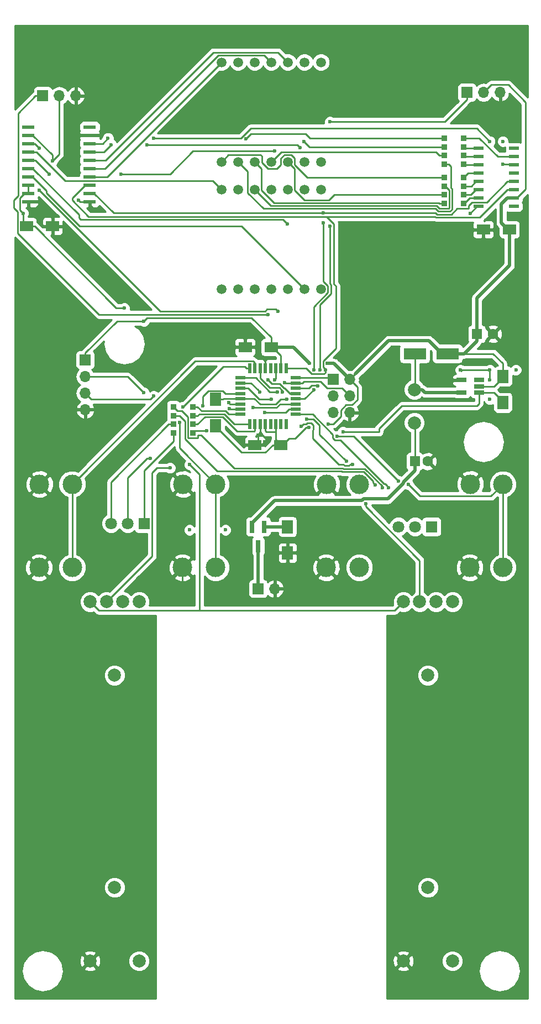
<source format=gtl>
G04 #@! TF.FileFunction,Copper,L1,Top,Signal*
%FSLAX46Y46*%
G04 Gerber Fmt 4.6, Leading zero omitted, Abs format (unit mm)*
G04 Created by KiCad (PCBNEW 4.0.4-stable) date Saturday, September 23, 2017 'PMt' 03:39:17 PM*
%MOMM*%
%LPD*%
G01*
G04 APERTURE LIST*
%ADD10C,0.100000*%
%ADD11C,3.000000*%
%ADD12R,1.600000X1.600000*%
%ADD13C,1.600000*%
%ADD14R,2.000000X1.600000*%
%ADD15R,3.500000X1.800000*%
%ADD16C,1.998980*%
%ADD17R,1.800000X1.800000*%
%ADD18C,1.800000*%
%ADD19C,1.500000*%
%ADD20R,1.700000X1.700000*%
%ADD21O,1.700000X1.700000*%
%ADD22R,0.800000X1.900000*%
%ADD23R,1.700000X2.000000*%
%ADD24R,0.900000X0.900000*%
%ADD25C,2.000000*%
%ADD26R,0.550000X1.600000*%
%ADD27R,1.600000X0.550000*%
%ADD28R,1.560000X0.650000*%
%ADD29R,1.950000X0.600000*%
%ADD30R,1.500000X0.600000*%
%ADD31C,0.600000*%
%ADD32C,0.250000*%
%ADD33C,0.500000*%
%ADD34C,0.254000*%
G04 APERTURE END LIST*
D10*
D11*
X52000000Y-111500000D03*
X51920000Y-124250000D03*
X57000000Y-111500000D03*
X57000000Y-124250000D03*
D12*
X109500000Y-108000000D03*
D13*
X111500000Y-108000000D03*
D12*
X119000000Y-88500000D03*
D13*
X121500000Y-88500000D03*
D14*
X87500000Y-90500000D03*
X83500000Y-90500000D03*
X124000000Y-72500000D03*
X120000000Y-72500000D03*
X89000000Y-105500000D03*
X85000000Y-105500000D03*
D15*
X114500000Y-91500000D03*
X109500000Y-91500000D03*
D16*
X109420000Y-97000000D03*
X109420000Y-102080000D03*
D17*
X68040000Y-117500000D03*
D18*
X65500000Y-117500000D03*
X62960000Y-117500000D03*
D17*
X112080000Y-118000000D03*
D18*
X109540000Y-118000000D03*
X107000000Y-118000000D03*
D19*
X79880000Y-66380000D03*
X82420000Y-66380000D03*
X84960000Y-66380000D03*
X95120000Y-66380000D03*
X92580000Y-66380000D03*
X90040000Y-66380000D03*
X87500000Y-66380000D03*
X95120000Y-81620000D03*
X92580000Y-81620000D03*
X90040000Y-81620000D03*
X79880000Y-81620000D03*
X82420000Y-81620000D03*
X84960000Y-81620000D03*
X87500000Y-81620000D03*
X79880000Y-46880000D03*
X82420000Y-46880000D03*
X84960000Y-46880000D03*
X95120000Y-46880000D03*
X92580000Y-46880000D03*
X90040000Y-46880000D03*
X87500000Y-46880000D03*
X95120000Y-62120000D03*
X92580000Y-62120000D03*
X90040000Y-62120000D03*
X79880000Y-62120000D03*
X82420000Y-62120000D03*
X84960000Y-62120000D03*
X87500000Y-62120000D03*
D20*
X85500000Y-127500000D03*
D21*
X88040000Y-127500000D03*
D20*
X97000000Y-95460000D03*
D21*
X99540000Y-95460000D03*
X97000000Y-98000000D03*
X99540000Y-98000000D03*
X97000000Y-100540000D03*
X99540000Y-100540000D03*
D20*
X52500000Y-52000000D03*
D21*
X55040000Y-52000000D03*
X57580000Y-52000000D03*
D20*
X117500000Y-51500000D03*
D21*
X120040000Y-51500000D03*
X122580000Y-51500000D03*
D20*
X59000000Y-92460000D03*
D21*
X59000000Y-95000000D03*
X59000000Y-97540000D03*
X59000000Y-100080000D03*
D22*
X86450000Y-118000000D03*
X84550000Y-118000000D03*
X85500000Y-121000000D03*
D23*
X79000000Y-102500000D03*
X79000000Y-98500000D03*
X123000000Y-95000000D03*
X123000000Y-99000000D03*
X90000000Y-118000000D03*
X90000000Y-122000000D03*
D24*
X114000000Y-58500000D03*
X114000000Y-62500000D03*
X114000000Y-59840000D03*
X114000000Y-61160000D03*
X117000000Y-59840000D03*
X117000000Y-58500000D03*
X117000000Y-62500000D03*
X117000000Y-61160000D03*
X114000000Y-64500000D03*
X114000000Y-68500000D03*
X114000000Y-65840000D03*
X114000000Y-67160000D03*
X117000000Y-65840000D03*
X117000000Y-64500000D03*
X117000000Y-68500000D03*
X117000000Y-67160000D03*
X72500000Y-99660000D03*
X72500000Y-103660000D03*
X72500000Y-101000000D03*
X72500000Y-102320000D03*
X75500000Y-101000000D03*
X75500000Y-99660000D03*
X75500000Y-103660000D03*
X75500000Y-102320000D03*
D25*
X67250000Y-184500000D03*
X59750000Y-184500000D03*
X63500000Y-173250000D03*
X67290000Y-129500000D03*
X64750000Y-129500000D03*
X62250000Y-129500000D03*
X59750000Y-129500000D03*
X63500000Y-140750000D03*
X115250000Y-184500000D03*
X107750000Y-184500000D03*
X111500000Y-173250000D03*
X115290000Y-129500000D03*
X112750000Y-129500000D03*
X110250000Y-129500000D03*
X107750000Y-129500000D03*
X111500000Y-140750000D03*
D26*
X84200000Y-102250000D03*
X85000000Y-102250000D03*
X85800000Y-102250000D03*
X86600000Y-102250000D03*
X87400000Y-102250000D03*
X88200000Y-102250000D03*
X89000000Y-102250000D03*
X89800000Y-102250000D03*
D27*
X91250000Y-100800000D03*
X91250000Y-100000000D03*
X91250000Y-99200000D03*
X91250000Y-98400000D03*
X91250000Y-97600000D03*
X91250000Y-96800000D03*
X91250000Y-96000000D03*
X91250000Y-95200000D03*
D26*
X89800000Y-93750000D03*
X89000000Y-93750000D03*
X88200000Y-93750000D03*
X87400000Y-93750000D03*
X86600000Y-93750000D03*
X85800000Y-93750000D03*
X85000000Y-93750000D03*
X84200000Y-93750000D03*
D27*
X82750000Y-95200000D03*
X82750000Y-96000000D03*
X82750000Y-96800000D03*
X82750000Y-97600000D03*
X82750000Y-98400000D03*
X82750000Y-99200000D03*
X82750000Y-100000000D03*
X82750000Y-100800000D03*
D28*
X119350000Y-97450000D03*
X119350000Y-96500000D03*
X119350000Y-95550000D03*
X116650000Y-95550000D03*
X116650000Y-97450000D03*
D29*
X50300000Y-56785000D03*
X50300000Y-58055000D03*
X50300000Y-59325000D03*
X50300000Y-60595000D03*
X50300000Y-61865000D03*
X50300000Y-63135000D03*
X50300000Y-64405000D03*
X50300000Y-65675000D03*
X50300000Y-66945000D03*
X50300000Y-68215000D03*
X59700000Y-68215000D03*
X59700000Y-66945000D03*
X59700000Y-65675000D03*
X59700000Y-64405000D03*
X59700000Y-63135000D03*
X59700000Y-61865000D03*
X59700000Y-60595000D03*
X59700000Y-59325000D03*
X59700000Y-58055000D03*
X59700000Y-56785000D03*
D30*
X119300000Y-60055000D03*
X119300000Y-61325000D03*
X119300000Y-62595000D03*
X119300000Y-63865000D03*
X119300000Y-65135000D03*
X119300000Y-66405000D03*
X119300000Y-67675000D03*
X119300000Y-68945000D03*
X124700000Y-68945000D03*
X124700000Y-67675000D03*
X124700000Y-66405000D03*
X124700000Y-65135000D03*
X124700000Y-63865000D03*
X124700000Y-62595000D03*
X124700000Y-61325000D03*
X124700000Y-60055000D03*
D11*
X74000000Y-111500000D03*
X73920000Y-124250000D03*
X79000000Y-111500000D03*
X79000000Y-124250000D03*
X96000000Y-111500000D03*
X95920000Y-124250000D03*
X101000000Y-111500000D03*
X101000000Y-124250000D03*
X118000000Y-111500000D03*
X117920000Y-124250000D03*
X123000000Y-111500000D03*
X123000000Y-124250000D03*
D14*
X50000000Y-72000000D03*
X54000000Y-72000000D03*
D31*
X123000000Y-59000000D03*
X80500000Y-118500000D03*
X75000000Y-118500000D03*
X121000000Y-98500000D03*
X121000000Y-95500000D03*
X125000000Y-94000000D03*
X121000000Y-94000000D03*
X116500000Y-94000000D03*
X77000000Y-94000000D03*
X77500000Y-91500000D03*
X123500000Y-49000000D03*
X121500000Y-49000000D03*
X116500000Y-88500000D03*
X126000000Y-72000000D03*
X114500000Y-100500000D03*
X114500000Y-96000000D03*
X112000000Y-126500000D03*
X108500000Y-126500000D03*
X106500000Y-132500000D03*
X104000000Y-129000000D03*
X78000000Y-128500000D03*
X75500000Y-128500000D03*
X69500000Y-132000000D03*
X69500000Y-129500000D03*
X58500000Y-114000000D03*
X55000000Y-114000000D03*
X55500000Y-74000000D03*
X56500000Y-73000000D03*
X60500000Y-69500000D03*
X85500000Y-92000000D03*
X58000000Y-68000000D03*
X86500000Y-105000000D03*
X85500000Y-104000000D03*
X118000000Y-72500000D03*
X118000000Y-70000000D03*
X93290836Y-102754726D03*
X96282737Y-102249989D03*
X93374990Y-93000000D03*
X68000000Y-86500000D03*
X65000000Y-84500000D03*
X49500000Y-70000000D03*
X54000000Y-62000000D03*
X96075021Y-93000000D03*
X69000000Y-107500000D03*
X86500000Y-100500000D03*
X103421640Y-111578360D03*
X105500000Y-112000000D03*
X104500000Y-112000000D03*
X83624450Y-58629449D03*
X92500000Y-59000000D03*
X90000000Y-71625010D03*
X53500000Y-64000000D03*
X64500000Y-64000000D03*
X88000000Y-60500000D03*
X91957294Y-59952998D03*
X63000000Y-59500000D03*
X68500000Y-59500000D03*
X95800013Y-94000000D03*
X89529046Y-95970954D03*
X52000000Y-60000000D03*
X52000000Y-66500000D03*
X88500000Y-85000000D03*
X89877964Y-98478344D03*
X87000000Y-95500000D03*
X87000000Y-85500000D03*
X94625010Y-96434306D03*
X96500000Y-56000000D03*
X96500000Y-72000000D03*
X95000000Y-94000000D03*
X68000000Y-97500000D03*
X81045863Y-99954137D03*
X69500000Y-98000000D03*
X81000000Y-99000000D03*
X98500000Y-103500000D03*
X87500000Y-98500000D03*
X77625010Y-103281329D03*
X84685169Y-99750012D03*
X72000000Y-109000000D03*
X88000000Y-95500000D03*
X75000000Y-108500000D03*
X77000000Y-99500000D03*
X92926097Y-101508075D03*
X89252954Y-97386503D03*
X102000000Y-114500000D03*
X99000000Y-108000000D03*
X74000000Y-99625010D03*
X73500000Y-102000000D03*
X92099860Y-102591239D03*
X88454213Y-97341433D03*
X100000000Y-108500000D03*
X97565694Y-104125010D03*
X85755277Y-97374990D03*
X108500000Y-111500000D03*
X107000000Y-111000000D03*
X95500000Y-69933668D03*
X95500000Y-71500000D03*
X94000000Y-94000000D03*
X94000000Y-97000000D03*
X123000000Y-62500000D03*
X121000000Y-59000000D03*
X69500000Y-58500000D03*
X62500000Y-58500000D03*
D32*
X121000000Y-94000000D02*
X121000000Y-95500000D01*
X116500000Y-94000000D02*
X121000000Y-94000000D01*
X116650000Y-94150000D02*
X116500000Y-94000000D01*
D33*
X84550000Y-117450000D02*
X84550000Y-118000000D01*
X101389998Y-114000000D02*
X88000000Y-114000000D01*
X105360005Y-113749999D02*
X101639999Y-113749999D01*
X88000000Y-114000000D02*
X84550000Y-117450000D01*
X107749999Y-111139999D02*
X107749999Y-111360005D01*
X109500000Y-109389998D02*
X107749999Y-111139999D01*
X101639999Y-113749999D02*
X101389998Y-114000000D01*
X109500000Y-108000000D02*
X109500000Y-109389998D01*
X107749999Y-111360005D02*
X105360005Y-113749999D01*
D32*
X109500000Y-108000000D02*
X109500000Y-102160000D01*
X109500000Y-102160000D02*
X109420000Y-102080000D01*
X83500000Y-90500000D02*
X78500000Y-90500000D01*
X78500000Y-90500000D02*
X77500000Y-91500000D01*
X116650000Y-95550000D02*
X114950000Y-95550000D01*
X114950000Y-95550000D02*
X114500000Y-96000000D01*
X106500000Y-126500000D02*
X108500000Y-126500000D01*
X104000000Y-129000000D02*
X106500000Y-126500000D01*
X95920000Y-124250000D02*
X100670000Y-129000000D01*
X100670000Y-129000000D02*
X104000000Y-129000000D01*
X73920000Y-124250000D02*
X73920000Y-126920000D01*
X73920000Y-126920000D02*
X75500000Y-128500000D01*
X73920000Y-124250000D02*
X69500000Y-128670000D01*
X69500000Y-128670000D02*
X69500000Y-129500000D01*
X52000000Y-111500000D02*
X54500000Y-114000000D01*
X54500000Y-114000000D02*
X55000000Y-114000000D01*
X59700000Y-68215000D02*
X59700000Y-68700000D01*
X59700000Y-68700000D02*
X60500000Y-69500000D01*
X85500000Y-104000000D02*
X85500000Y-105000000D01*
X85500000Y-105000000D02*
X85000000Y-105500000D01*
X85800000Y-102250000D02*
X85800000Y-103700000D01*
X85800000Y-103700000D02*
X85500000Y-104000000D01*
X86600000Y-93750000D02*
X86600000Y-92700000D01*
X86600000Y-92700000D02*
X85900000Y-92000000D01*
X85900000Y-92000000D02*
X85500000Y-92000000D01*
X59700000Y-68215000D02*
X58215000Y-68215000D01*
X58215000Y-68215000D02*
X58000000Y-68000000D01*
X54000000Y-72000000D02*
X55500000Y-72000000D01*
X55500000Y-72000000D02*
X56500000Y-73000000D01*
X85000000Y-105500000D02*
X86000000Y-105500000D01*
X86000000Y-105500000D02*
X86500000Y-105000000D01*
X120000000Y-72500000D02*
X118000000Y-72500000D01*
X119300000Y-68945000D02*
X119055000Y-68945000D01*
X119055000Y-68945000D02*
X118000000Y-70000000D01*
X114500000Y-91500000D02*
X113650000Y-91500000D01*
D33*
X113650000Y-91500000D02*
X111650000Y-89500000D01*
X111650000Y-89500000D02*
X105500000Y-89500000D01*
X105500000Y-89500000D02*
X104725001Y-90274999D01*
D32*
X91124998Y-104450000D02*
X92820272Y-102754726D01*
X92866572Y-102754726D02*
X93290836Y-102754726D01*
X90250000Y-104450000D02*
X91124998Y-104450000D01*
X97029013Y-102249989D02*
X96707001Y-102249989D01*
X89000000Y-105500000D02*
X89200000Y-105500000D01*
X99914003Y-99364999D02*
X98975999Y-99364999D01*
X89200000Y-105500000D02*
X90250000Y-104450000D01*
X92820272Y-102754726D02*
X92866572Y-102754726D01*
X99540000Y-95460000D02*
X100715001Y-96635001D01*
X100715001Y-96635001D02*
X100715001Y-98564001D01*
X98975999Y-99364999D02*
X98175001Y-100165997D01*
X100715001Y-98564001D02*
X99914003Y-99364999D01*
X96707001Y-102249989D02*
X96282737Y-102249989D01*
X98175001Y-100165997D02*
X98175001Y-101104001D01*
X98175001Y-101104001D02*
X97029013Y-102249989D01*
X121500000Y-91500000D02*
X123000000Y-93000000D01*
X123000000Y-93000000D02*
X123000000Y-95000000D01*
X117050000Y-91500000D02*
X121500000Y-91500000D01*
X119350000Y-96500000D02*
X121650000Y-96500000D01*
X121650000Y-96500000D02*
X123000000Y-95150000D01*
X123000000Y-95150000D02*
X123000000Y-95000000D01*
X86624999Y-106625001D02*
X87750000Y-105500000D01*
X79000000Y-102650000D02*
X82975001Y-106625001D01*
X79000000Y-102500000D02*
X79000000Y-102650000D01*
X87750000Y-105500000D02*
X89000000Y-105500000D01*
X82975001Y-106625001D02*
X86624999Y-106625001D01*
D33*
X93074991Y-92700001D02*
X93374990Y-93000000D01*
X90874990Y-90500000D02*
X93074991Y-92700001D01*
X87500000Y-90500000D02*
X90874990Y-90500000D01*
D32*
X68000000Y-86500000D02*
X63860000Y-86500000D01*
X63860000Y-86500000D02*
X59000000Y-91360000D01*
X59000000Y-91360000D02*
X59000000Y-92460000D01*
X68000000Y-86500000D02*
X68500000Y-86000000D01*
X68500000Y-86000000D02*
X84500000Y-86000000D01*
X84500000Y-86000000D02*
X87500000Y-89000000D01*
X87500000Y-89000000D02*
X87500000Y-90500000D01*
X50000000Y-72000000D02*
X51250000Y-72000000D01*
X51250000Y-72000000D02*
X63750000Y-84500000D01*
X63750000Y-84500000D02*
X65000000Y-84500000D01*
X50300000Y-58055000D02*
X50975000Y-58055000D01*
X50975000Y-58055000D02*
X54000000Y-61080000D01*
X54000000Y-61080000D02*
X54000000Y-62000000D01*
X50300000Y-65675000D02*
X50300000Y-66945000D01*
X49500000Y-70000000D02*
X49000000Y-69500000D01*
X48999999Y-67654999D02*
X49709998Y-66945000D01*
X49000000Y-69500000D02*
X48999999Y-67654999D01*
X49709998Y-66945000D02*
X50300000Y-66945000D01*
X49500000Y-70000000D02*
X49500000Y-71500000D01*
X49500000Y-71500000D02*
X50000000Y-72000000D01*
X55040000Y-52000000D02*
X55040000Y-60960000D01*
X55040000Y-60960000D02*
X54000000Y-62000000D01*
D33*
X97080000Y-93000000D02*
X96075021Y-93000000D01*
X99540000Y-95460000D02*
X97080000Y-93000000D01*
D32*
X89000000Y-93750000D02*
X89000000Y-91800000D01*
X89000000Y-91800000D02*
X87700000Y-90500000D01*
X87700000Y-90500000D02*
X87500000Y-90500000D01*
X126500000Y-53000000D02*
X123824999Y-50324999D01*
X123824999Y-50324999D02*
X121215001Y-50324999D01*
X121215001Y-50324999D02*
X120040000Y-51500000D01*
X126500000Y-66325000D02*
X126500000Y-53000000D01*
X125150000Y-67675000D02*
X126500000Y-66325000D01*
X124700000Y-63865000D02*
X125150000Y-63865000D01*
X125150000Y-67675000D02*
X124700000Y-67675000D01*
D33*
X124700000Y-67675000D02*
X123700000Y-67675000D01*
X123700000Y-67675000D02*
X122750000Y-68625000D01*
X122750000Y-68625000D02*
X122750000Y-71450000D01*
X122750000Y-71450000D02*
X123800000Y-72500000D01*
D32*
X123800000Y-72500000D02*
X124000000Y-72500000D01*
D33*
X119000000Y-83000000D02*
X124000000Y-78000000D01*
X124000000Y-78000000D02*
X124000000Y-72500000D01*
X119000000Y-88500000D02*
X119000000Y-83000000D01*
D32*
X100389999Y-94610001D02*
X99540000Y-95460000D01*
D33*
X104725001Y-90274999D02*
X100389999Y-94610001D01*
D32*
X88200000Y-102250000D02*
X88200000Y-103500000D01*
X88200000Y-103500000D02*
X88200000Y-104700000D01*
X86600000Y-102250000D02*
X86600000Y-103300000D01*
X86600000Y-103300000D02*
X86800000Y-103500000D01*
X86800000Y-103500000D02*
X88200000Y-103500000D01*
X88200000Y-104700000D02*
X89000000Y-105500000D01*
D33*
X114500000Y-91500000D02*
X117050000Y-91500000D01*
X117050000Y-91500000D02*
X119000000Y-89550000D01*
X119000000Y-89550000D02*
X119000000Y-88500000D01*
D32*
X109500000Y-91500000D02*
X109500000Y-96920000D01*
X109500000Y-96920000D02*
X109420000Y-97000000D01*
D33*
X110600000Y-97000000D02*
X109420000Y-97000000D01*
X111050000Y-97450000D02*
X110600000Y-97000000D01*
X116650000Y-97450000D02*
X111050000Y-97450000D01*
D32*
X68040000Y-109385002D02*
X68040000Y-117500000D01*
X72500000Y-103660000D02*
X72500000Y-104925002D01*
X72500000Y-104925002D02*
X68040000Y-109385002D01*
X86924264Y-100500000D02*
X86500000Y-100500000D01*
X91250000Y-100000000D02*
X90200000Y-100000000D01*
X89700000Y-100500000D02*
X86924264Y-100500000D01*
X90200000Y-100000000D02*
X89700000Y-100500000D01*
X68500000Y-107500000D02*
X65500000Y-110500000D01*
X65500000Y-110500000D02*
X65500000Y-117500000D01*
X69000000Y-107500000D02*
X68500000Y-107500000D01*
X72500000Y-102320000D02*
X71800000Y-102320000D01*
X71800000Y-102320000D02*
X62960000Y-111160000D01*
X62960000Y-111160000D02*
X62960000Y-117500000D01*
X103121641Y-111030871D02*
X103121641Y-111278361D01*
X98377187Y-109575013D02*
X101665783Y-109575013D01*
X98302174Y-109500000D02*
X98377187Y-109575013D01*
X74274988Y-104556401D02*
X79218587Y-109500000D01*
X72500000Y-101000000D02*
X73425002Y-101000000D01*
X79218587Y-109500000D02*
X98302174Y-109500000D01*
X101665783Y-109575013D02*
X103121641Y-111030871D01*
X103121641Y-111278361D02*
X103421640Y-111578360D01*
X73425002Y-101000000D02*
X74274988Y-101849986D01*
X74274988Y-101849986D02*
X74274988Y-104556401D01*
X104950011Y-111450011D02*
X105200001Y-111700001D01*
X105200001Y-111700001D02*
X105500000Y-112000000D01*
X104813600Y-111450011D02*
X104950011Y-111450011D01*
X96940693Y-104425011D02*
X97265693Y-104750011D01*
X96940693Y-103879280D02*
X96940693Y-104425011D01*
X93861413Y-100800000D02*
X96940693Y-103879280D01*
X97265693Y-104750011D02*
X98113600Y-104750011D01*
X98113600Y-104750011D02*
X104813600Y-111450011D01*
X91250000Y-100800000D02*
X93861413Y-100800000D01*
X73790012Y-100250012D02*
X73090012Y-100250012D01*
X74724999Y-104370001D02*
X74724999Y-101184999D01*
X74724999Y-101184999D02*
X73790012Y-100250012D01*
X73090012Y-100250012D02*
X72500000Y-99660000D01*
X76210001Y-104435001D02*
X74789999Y-104435001D01*
X81886399Y-109049989D02*
X76786421Y-103950010D01*
X76275001Y-103950010D02*
X76275001Y-104370001D01*
X104500000Y-111772820D02*
X101852182Y-109125002D01*
X98563587Y-109125002D02*
X98488574Y-109049989D01*
X98488574Y-109049989D02*
X81886399Y-109049989D01*
X101852182Y-109125002D02*
X98563587Y-109125002D01*
X104500000Y-112000000D02*
X104500000Y-111772820D01*
X74789999Y-104435001D02*
X74724999Y-104370001D01*
X76275001Y-104370001D02*
X76210001Y-104435001D01*
X76786421Y-103950010D02*
X76275001Y-103950010D01*
X79880000Y-66380000D02*
X78530001Y-65030001D01*
X78530001Y-65030001D02*
X55960001Y-65030001D01*
X55960001Y-65030001D02*
X51525000Y-60595000D01*
X51525000Y-60595000D02*
X50300000Y-60595000D01*
X84378901Y-57874998D02*
X83624450Y-58629449D01*
X92800002Y-57874998D02*
X84378901Y-57874998D01*
X93425004Y-58500000D02*
X92800002Y-57874998D01*
X114000000Y-58500000D02*
X93425004Y-58500000D01*
X114000000Y-65840000D02*
X114165002Y-65840000D01*
X114775001Y-66450000D02*
X114775001Y-69210001D01*
X114165002Y-65840000D02*
X114775001Y-66450000D01*
X87438656Y-68858656D02*
X84960000Y-66380000D01*
X112873650Y-68858656D02*
X87438656Y-68858656D01*
X113289995Y-69275001D02*
X112873650Y-68858656D01*
X114710001Y-69275001D02*
X113289995Y-69275001D01*
X114775001Y-69210001D02*
X114710001Y-69275001D01*
X114000000Y-59840000D02*
X93340000Y-59840000D01*
X93340000Y-59840000D02*
X92500000Y-59000000D01*
X89325001Y-70950011D02*
X90000000Y-71625010D01*
X58049989Y-70686400D02*
X58313600Y-70950011D01*
X58313600Y-70950011D02*
X89325001Y-70950011D01*
X50975000Y-63135000D02*
X58049989Y-70209989D01*
X50300000Y-63135000D02*
X50975000Y-63135000D01*
X58049989Y-70209989D02*
X58049989Y-70686400D01*
X53500000Y-64000000D02*
X51365000Y-61865000D01*
X51365000Y-61865000D02*
X50300000Y-61865000D01*
X88000000Y-60500000D02*
X75500000Y-60500000D01*
X75500000Y-60500000D02*
X72000000Y-64000000D01*
X72000000Y-64000000D02*
X64500000Y-64000000D01*
X92580000Y-81620000D02*
X82910011Y-71950011D01*
X58177190Y-71950011D02*
X53099980Y-66872801D01*
X82910011Y-71950011D02*
X58177190Y-71950011D01*
X50975000Y-64405000D02*
X50300000Y-64405000D01*
X53099980Y-66529980D02*
X50975000Y-64405000D01*
X53099980Y-66872801D02*
X53099980Y-66529980D01*
X91115001Y-63195001D02*
X90040000Y-62120000D01*
X114000000Y-67160000D02*
X97157835Y-67160000D01*
X97157835Y-67160000D02*
X96359201Y-67958634D01*
X96359201Y-67958634D02*
X92567632Y-67958634D01*
X91115001Y-66506003D02*
X91115001Y-63195001D01*
X92567632Y-67958634D02*
X91115001Y-66506003D01*
X85865999Y-61044999D02*
X80955001Y-61044999D01*
X80955001Y-61044999D02*
X79880000Y-62120000D01*
X86049989Y-61228989D02*
X85865999Y-61044999D01*
X86049989Y-62260991D02*
X86049989Y-61228989D01*
X86983999Y-63195001D02*
X86049989Y-62260991D01*
X89523999Y-61044999D02*
X88964999Y-61603999D01*
X90556001Y-61044999D02*
X89523999Y-61044999D01*
X91115001Y-61603999D02*
X90556001Y-61044999D01*
X93056410Y-64500000D02*
X91115001Y-62558591D01*
X88964999Y-62570011D02*
X88340009Y-63195001D01*
X114000000Y-64500000D02*
X93056410Y-64500000D01*
X88964999Y-61603999D02*
X88964999Y-62570011D01*
X88340009Y-63195001D02*
X86983999Y-63195001D01*
X91115001Y-62558591D02*
X91115001Y-61603999D01*
X115000000Y-66038587D02*
X115225012Y-66263600D01*
X83884999Y-63584999D02*
X82420000Y-62120000D01*
X83884999Y-66896001D02*
X83884999Y-63584999D01*
X86297665Y-69308667D02*
X83884999Y-66896001D01*
X114896401Y-69725012D02*
X113103595Y-69725012D01*
X113103595Y-69725012D02*
X112687250Y-69308667D01*
X115225012Y-66263600D02*
X115225012Y-69396401D01*
X115225012Y-69396401D02*
X114896401Y-69725012D01*
X114700000Y-62500000D02*
X115000000Y-62800000D01*
X115000000Y-62800000D02*
X115000000Y-66038587D01*
X114000000Y-62500000D02*
X114700000Y-62500000D01*
X112687250Y-69308667D02*
X86297665Y-69308667D01*
X113208645Y-68408645D02*
X87937643Y-68408645D01*
X86035001Y-63195001D02*
X84960000Y-62120000D01*
X114000000Y-68500000D02*
X113300000Y-68500000D01*
X86035001Y-66506003D02*
X86035001Y-63195001D01*
X87937643Y-68408645D02*
X86035001Y-66506003D01*
X113300000Y-68500000D02*
X113208645Y-68408645D01*
X89025012Y-60594988D02*
X87500000Y-62120000D01*
X112734988Y-60594988D02*
X89025012Y-60594988D01*
X113300000Y-61160000D02*
X112734988Y-60594988D01*
X114000000Y-61160000D02*
X113300000Y-61160000D01*
X79880000Y-46880000D02*
X62355000Y-64405000D01*
X62355000Y-64405000D02*
X59700000Y-64405000D01*
X78645012Y-45354988D02*
X62135000Y-61865000D01*
X62135000Y-61865000D02*
X59700000Y-61865000D01*
X90040000Y-46880000D02*
X88514988Y-45354988D01*
X88514988Y-45354988D02*
X78645012Y-45354988D01*
X87500000Y-46880000D02*
X86424999Y-45804999D01*
X86424999Y-45804999D02*
X79363999Y-45804999D01*
X79363999Y-45804999D02*
X62033998Y-63135000D01*
X62033998Y-63135000D02*
X59700000Y-63135000D01*
X91504296Y-59500000D02*
X91957294Y-59952998D01*
X68500000Y-59500000D02*
X91504296Y-59500000D01*
X63000000Y-59500000D02*
X61905000Y-60595000D01*
X61905000Y-60595000D02*
X59700000Y-60595000D01*
D33*
X85500000Y-121000000D02*
X85500000Y-127500000D01*
D32*
X91250000Y-95200000D02*
X96740000Y-95200000D01*
X96740000Y-95200000D02*
X97000000Y-95460000D01*
X95450011Y-93525009D02*
X95800013Y-93875011D01*
X95800013Y-93875011D02*
X95800013Y-94000000D01*
X97400020Y-81127198D02*
X97400020Y-90674976D01*
X97125002Y-80852180D02*
X97400020Y-81127198D01*
X97125002Y-71625002D02*
X97125002Y-80852180D01*
X97400020Y-90674976D02*
X95450011Y-92624985D01*
X95450011Y-92624985D02*
X95450011Y-93525009D01*
X96000000Y-70500000D02*
X97125002Y-71625002D01*
X95800013Y-94424264D02*
X95800013Y-94000000D01*
X95599276Y-94625001D02*
X95800013Y-94424264D01*
X93699999Y-94625001D02*
X95599276Y-94625001D01*
X89800000Y-93750000D02*
X92824998Y-93750000D01*
X92824998Y-93750000D02*
X93699999Y-94625001D01*
X59025000Y-65675000D02*
X59700000Y-65675000D01*
X57000000Y-67700000D02*
X59025000Y-65675000D01*
X57000000Y-68000000D02*
X57000000Y-67700000D01*
X59500000Y-70500000D02*
X57000000Y-68000000D01*
X95141330Y-70500000D02*
X59500000Y-70500000D01*
X95199999Y-70558669D02*
X95141330Y-70500000D01*
X95941331Y-70558669D02*
X95199999Y-70558669D01*
X96000000Y-70500000D02*
X95941331Y-70558669D01*
X112605765Y-70500000D02*
X96000000Y-70500000D01*
X124700000Y-66405000D02*
X123700000Y-66405000D01*
X123700000Y-66405000D02*
X119479966Y-70625034D01*
X119479966Y-70625034D02*
X112730799Y-70625034D01*
X112730799Y-70625034D02*
X112605765Y-70500000D01*
X89558092Y-96000000D02*
X89529046Y-95970954D01*
X91250000Y-96000000D02*
X89558092Y-96000000D01*
X98364999Y-96824999D02*
X98690001Y-97150001D01*
X95064303Y-95809305D02*
X96079997Y-96824999D01*
X92490695Y-95809305D02*
X95064303Y-95809305D01*
X96079997Y-96824999D02*
X98364999Y-96824999D01*
X98690001Y-97150001D02*
X99540000Y-98000000D01*
X92300000Y-96000000D02*
X92490695Y-95809305D01*
X91250000Y-96000000D02*
X92300000Y-96000000D01*
X70500000Y-85000000D02*
X52000000Y-66500000D01*
X86574998Y-85000000D02*
X70500000Y-85000000D01*
X86874997Y-84700001D02*
X86574998Y-85000000D01*
X88200001Y-84700001D02*
X86874997Y-84700001D01*
X88500000Y-85000000D02*
X88200001Y-84700001D01*
X52000000Y-60000000D02*
X51325000Y-59325000D01*
X51325000Y-59325000D02*
X50300000Y-59325000D01*
X84927179Y-98400000D02*
X85794140Y-99266961D01*
X82750000Y-98400000D02*
X84927179Y-98400000D01*
X88158043Y-99266961D02*
X88946660Y-98478344D01*
X89453700Y-98478344D02*
X89877964Y-98478344D01*
X85794140Y-99266961D02*
X88158043Y-99266961D01*
X88946660Y-98478344D02*
X89453700Y-98478344D01*
X81700000Y-98400000D02*
X82750000Y-98400000D01*
X80100000Y-98500000D02*
X80225002Y-98374998D01*
X81674998Y-98374998D02*
X81700000Y-98400000D01*
X79000000Y-98500000D02*
X80100000Y-98500000D01*
X80225002Y-98374998D02*
X81674998Y-98374998D01*
X87625002Y-96125002D02*
X87299999Y-95799999D01*
X87299999Y-95799999D02*
X87000000Y-95500000D01*
X88799195Y-96125002D02*
X87625002Y-96125002D01*
X91250000Y-97600000D02*
X90391455Y-97600000D01*
X90391455Y-97600000D02*
X89552956Y-96761501D01*
X89552956Y-96761501D02*
X89435694Y-96761501D01*
X89435694Y-96761501D02*
X88799195Y-96125002D01*
X61114998Y-85500000D02*
X87000000Y-85500000D01*
X48674999Y-69811409D02*
X48674999Y-73060001D01*
X48049991Y-67968597D02*
X48049991Y-69186401D01*
X48724998Y-67293590D02*
X48049991Y-67968597D01*
X48724998Y-54675002D02*
X48724998Y-67293590D01*
X48674999Y-73060001D02*
X61114998Y-85500000D01*
X51400000Y-52000000D02*
X48724998Y-54675002D01*
X48049991Y-69186401D02*
X48674999Y-69811409D01*
X52500000Y-52000000D02*
X51400000Y-52000000D01*
X96500000Y-72424264D02*
X96500000Y-72000000D01*
X96500000Y-80772587D02*
X96500000Y-72424264D01*
X96645012Y-80917599D02*
X96500000Y-80772587D01*
X96645012Y-82322401D02*
X96645012Y-80917599D01*
X95000000Y-83967413D02*
X96645012Y-82322401D01*
X95000000Y-94000000D02*
X95000000Y-83967413D01*
X94565702Y-96374998D02*
X94625010Y-96434306D01*
X93699998Y-96374998D02*
X94565702Y-96374998D01*
X93274996Y-96800000D02*
X93699998Y-96374998D01*
X91250000Y-96800000D02*
X93274996Y-96800000D01*
X96500000Y-56000000D02*
X114100000Y-56000000D01*
X114100000Y-56000000D02*
X117500000Y-52600000D01*
X117500000Y-52600000D02*
X117500000Y-51500000D01*
X68000000Y-97500000D02*
X65500000Y-95000000D01*
X65500000Y-95000000D02*
X59000000Y-95000000D01*
X82750000Y-100000000D02*
X81091726Y-100000000D01*
X81091726Y-100000000D02*
X81045863Y-99954137D01*
X69000000Y-98500000D02*
X59960000Y-98500000D01*
X59960000Y-98500000D02*
X59000000Y-97540000D01*
X69500000Y-98000000D02*
X69000000Y-98500000D01*
X82750000Y-99200000D02*
X81200000Y-99200000D01*
X81200000Y-99200000D02*
X81000000Y-99000000D01*
D33*
X86450000Y-118000000D02*
X90000000Y-118000000D01*
D32*
X119000000Y-99500000D02*
X119350000Y-99150000D01*
X119350000Y-99150000D02*
X119350000Y-97450000D01*
X107500000Y-99500000D02*
X119000000Y-99500000D01*
X104000000Y-103000000D02*
X107500000Y-99500000D01*
X104000000Y-103500000D02*
X104000000Y-103000000D01*
X98500000Y-103500000D02*
X104000000Y-103500000D01*
X85663590Y-98500000D02*
X87500000Y-98500000D01*
X82750000Y-96800000D02*
X83963590Y-96800000D01*
X83963590Y-96800000D02*
X85663590Y-98500000D01*
X119350000Y-97450000D02*
X121600000Y-97450000D01*
X121600000Y-97450000D02*
X123000000Y-98850000D01*
X123000000Y-98850000D02*
X123000000Y-99000000D01*
X119300000Y-60055000D02*
X117215000Y-60055000D01*
X117215000Y-60055000D02*
X117000000Y-59840000D01*
X117000000Y-58500000D02*
X119380002Y-58500000D01*
X119380002Y-58500000D02*
X122205002Y-61325000D01*
X122205002Y-61325000D02*
X124700000Y-61325000D01*
X119300000Y-62595000D02*
X117095000Y-62595000D01*
X117095000Y-62595000D02*
X117000000Y-62500000D01*
X119300000Y-61325000D02*
X117165000Y-61325000D01*
X117165000Y-61325000D02*
X117000000Y-61160000D01*
X119300000Y-65135000D02*
X118850000Y-65135000D01*
X118145000Y-65840000D02*
X117000000Y-65840000D01*
X118850000Y-65135000D02*
X118145000Y-65840000D01*
X117000000Y-64500000D02*
X117635000Y-63865000D01*
X117635000Y-63865000D02*
X119300000Y-63865000D01*
X117923589Y-67675000D02*
X117098589Y-68500000D01*
X119300000Y-67675000D02*
X117923589Y-67675000D01*
X117098589Y-68500000D02*
X117000000Y-68500000D01*
X119300000Y-66405000D02*
X118850000Y-66405000D01*
X118850000Y-66405000D02*
X118095000Y-67160000D01*
X118095000Y-67160000D02*
X117000000Y-67160000D01*
X91250000Y-99200000D02*
X88861415Y-99200000D01*
X88861415Y-99200000D02*
X88311403Y-99750012D01*
X85109433Y-99750012D02*
X84685169Y-99750012D01*
X88311403Y-99750012D02*
X85109433Y-99750012D01*
X75500000Y-103660000D02*
X75878671Y-103281329D01*
X77200746Y-103281329D02*
X77625010Y-103281329D01*
X75878671Y-103281329D02*
X77200746Y-103281329D01*
X85000000Y-102250000D02*
X85000000Y-103300000D01*
X85000000Y-103300000D02*
X84924999Y-103375001D01*
X82310003Y-103375001D02*
X80110001Y-101174999D01*
X77345001Y-101174999D02*
X76200000Y-102320000D01*
X76200000Y-102320000D02*
X75500000Y-102320000D01*
X84924999Y-103375001D02*
X82310003Y-103375001D01*
X80110001Y-101174999D02*
X77345001Y-101174999D01*
X80296401Y-100724988D02*
X76475012Y-100724988D01*
X81821413Y-102250000D02*
X80296401Y-100724988D01*
X84200000Y-102250000D02*
X81821413Y-102250000D01*
X76200000Y-101000000D02*
X75500000Y-101000000D01*
X76475012Y-100724988D02*
X76200000Y-101000000D01*
X76200000Y-99660000D02*
X75500000Y-99660000D01*
X80482801Y-100274977D02*
X76814977Y-100274977D01*
X76814977Y-100274977D02*
X76200000Y-99660000D01*
X81007824Y-100800000D02*
X80482801Y-100274977D01*
X82750000Y-100800000D02*
X81007824Y-100800000D01*
X72000000Y-109000000D02*
X70000000Y-109000000D01*
X70000000Y-109000000D02*
X69265001Y-109734999D01*
X69265001Y-109734999D02*
X69265001Y-122484999D01*
X69265001Y-122484999D02*
X62250000Y-129500000D01*
X88200000Y-93750000D02*
X88200000Y-95300000D01*
X88200000Y-95300000D02*
X88000000Y-95500000D01*
X61075001Y-130825001D02*
X76500000Y-130825001D01*
X76500000Y-130825001D02*
X106424999Y-130825001D01*
X76500000Y-110000000D02*
X76500000Y-130825001D01*
X75000000Y-108500000D02*
X76500000Y-110000000D01*
X80535002Y-97600000D02*
X80110001Y-97174999D01*
X82750000Y-97600000D02*
X80535002Y-97600000D01*
X80110001Y-97174999D02*
X77889999Y-97174999D01*
X77889999Y-97174999D02*
X77000000Y-98064998D01*
X77000000Y-98064998D02*
X77000000Y-99500000D01*
X59750000Y-129500000D02*
X61075001Y-130825001D01*
X106424999Y-130825001D02*
X107750000Y-129500000D01*
X93350361Y-101508075D02*
X92926097Y-101508075D01*
X99000000Y-108000000D02*
X94874999Y-103874999D01*
X93933077Y-101508075D02*
X93350361Y-101508075D01*
X94874999Y-103874999D02*
X94874999Y-102449997D01*
X94874999Y-102449997D02*
X93933077Y-101508075D01*
X89252954Y-97215172D02*
X89252954Y-97386503D01*
X85800000Y-93750000D02*
X85800000Y-95225004D01*
X87291428Y-96716432D02*
X88754214Y-96716432D01*
X88754214Y-96716432D02*
X89252954Y-97215172D01*
X85800000Y-95225004D02*
X87291428Y-96716432D01*
X102000000Y-114500000D02*
X102000000Y-114924264D01*
X102000000Y-114924264D02*
X110250000Y-123174264D01*
X110250000Y-123174264D02*
X110250000Y-129500000D01*
X57000000Y-111500000D02*
X57000000Y-124250000D01*
X85000000Y-93750000D02*
X85000000Y-92889998D01*
X85000000Y-92889998D02*
X84735001Y-92624999D01*
X84735001Y-92624999D02*
X75875001Y-92624999D01*
X75875001Y-92624999D02*
X57000000Y-111500000D01*
X73500000Y-102000000D02*
X73500000Y-105949986D01*
X74125002Y-106574988D02*
X74125002Y-106625002D01*
X74125002Y-106625002D02*
X79000000Y-111500000D01*
X73500000Y-105949986D02*
X74125002Y-106574988D01*
X80125010Y-93500000D02*
X74000000Y-99625010D01*
X83675000Y-93750000D02*
X83425000Y-93500000D01*
X83425000Y-93500000D02*
X80125010Y-93500000D01*
X84200000Y-93750000D02*
X83675000Y-93750000D01*
X79000000Y-111500000D02*
X79000000Y-124250000D01*
X97868612Y-108500000D02*
X93874999Y-104506387D01*
X99575736Y-108500000D02*
X99450734Y-108625002D01*
X93915838Y-103159160D02*
X93915838Y-102454724D01*
X93915838Y-102454724D02*
X93590838Y-102129724D01*
X92829318Y-102291240D02*
X92399859Y-102291240D01*
X98574996Y-108500000D02*
X97868612Y-108500000D01*
X98699998Y-108625002D02*
X98574996Y-108500000D01*
X92399859Y-102291240D02*
X92099860Y-102591239D01*
X92990834Y-102129724D02*
X92829318Y-102291240D01*
X99450734Y-108625002D02*
X98699998Y-108625002D01*
X100000000Y-108500000D02*
X99575736Y-108500000D01*
X93874999Y-104506387D02*
X93874999Y-103199999D01*
X93590838Y-102129724D02*
X92990834Y-102129724D01*
X93874999Y-103199999D02*
X93915838Y-103159160D01*
X88029949Y-97341433D02*
X88454213Y-97341433D01*
X82750000Y-95200000D02*
X85138585Y-95200000D01*
X85138585Y-95200000D02*
X87280018Y-97341433D01*
X87280018Y-97341433D02*
X88029949Y-97341433D01*
X97989958Y-104125010D02*
X97565694Y-104125010D01*
X107000000Y-111000000D02*
X100125010Y-104125010D01*
X100125010Y-104125010D02*
X97989958Y-104125010D01*
X82750000Y-96000000D02*
X84380287Y-96000000D01*
X85455278Y-97074991D02*
X85755277Y-97374990D01*
X84380287Y-96000000D02*
X85455278Y-97074991D01*
X123000000Y-111500000D02*
X123000000Y-124250000D01*
X108500000Y-111500000D02*
X110325001Y-113325001D01*
X110325001Y-113325001D02*
X121174999Y-113325001D01*
X121174999Y-113325001D02*
X123000000Y-111500000D01*
X95500000Y-69933668D02*
X112675844Y-69933668D01*
X112675844Y-69933668D02*
X112917199Y-70175023D01*
X112917199Y-70175023D02*
X115082801Y-70175023D01*
X117710001Y-69275001D02*
X117775001Y-69210001D01*
X115082801Y-70175023D02*
X115982823Y-69275001D01*
X115982823Y-69275001D02*
X117710001Y-69275001D01*
X117775001Y-69210001D02*
X117775001Y-68834997D01*
X120515001Y-68319999D02*
X123700000Y-65135000D01*
X117775001Y-68834997D02*
X118289999Y-68319999D01*
X118289999Y-68319999D02*
X120515001Y-68319999D01*
X123700000Y-65135000D02*
X124700000Y-65135000D01*
X95500000Y-69933668D02*
X63363668Y-69933668D01*
X94000000Y-91500000D02*
X94000000Y-84331002D01*
X95500000Y-80408998D02*
X95500000Y-71500000D01*
X94000000Y-84331002D02*
X96195001Y-82136001D01*
X96195001Y-82136001D02*
X96195001Y-81103999D01*
X96195001Y-81103999D02*
X95500000Y-80408998D01*
X94000000Y-94000000D02*
X94000000Y-91500000D01*
X91250000Y-98400000D02*
X92600000Y-98400000D01*
X92600000Y-98400000D02*
X94000000Y-97000000D01*
X63363668Y-69933668D02*
X60375000Y-66945000D01*
X60375000Y-66945000D02*
X59700000Y-66945000D01*
X123000000Y-62500000D02*
X124605000Y-62500000D01*
X124605000Y-62500000D02*
X124700000Y-62595000D01*
X119000000Y-57000000D02*
X121000000Y-59000000D01*
X84370000Y-57000000D02*
X119000000Y-57000000D01*
X82870000Y-58500000D02*
X84370000Y-57000000D01*
X69500000Y-58500000D02*
X82870000Y-58500000D01*
X59700000Y-59325000D02*
X61675000Y-59325000D01*
X61675000Y-59325000D02*
X62500000Y-58500000D01*
D34*
G36*
X126790000Y-190290000D02*
X105210000Y-190290000D01*
X105210000Y-185652532D01*
X106777073Y-185652532D01*
X106875736Y-185919387D01*
X107485461Y-186145908D01*
X108135460Y-186121856D01*
X108624264Y-185919387D01*
X108722927Y-185652532D01*
X107750000Y-184679605D01*
X106777073Y-185652532D01*
X105210000Y-185652532D01*
X105210000Y-184235461D01*
X106104092Y-184235461D01*
X106128144Y-184885460D01*
X106330613Y-185374264D01*
X106597468Y-185472927D01*
X107570395Y-184500000D01*
X107929605Y-184500000D01*
X108902532Y-185472927D01*
X109169387Y-185374264D01*
X109373893Y-184823795D01*
X113614716Y-184823795D01*
X113863106Y-185424943D01*
X114322637Y-185885278D01*
X114923352Y-186134716D01*
X115573795Y-186135284D01*
X115901206Y-186000000D01*
X119290000Y-186000000D01*
X119534347Y-187228414D01*
X120230187Y-188269813D01*
X121271586Y-188965653D01*
X122500000Y-189210000D01*
X123728414Y-188965653D01*
X124769813Y-188269813D01*
X125465653Y-187228414D01*
X125710000Y-186000000D01*
X125465653Y-184771586D01*
X124769813Y-183730187D01*
X123728414Y-183034347D01*
X122500000Y-182790000D01*
X121271586Y-183034347D01*
X120230187Y-183730187D01*
X119534347Y-184771586D01*
X119290000Y-186000000D01*
X115901206Y-186000000D01*
X116174943Y-185886894D01*
X116635278Y-185427363D01*
X116884716Y-184826648D01*
X116885284Y-184176205D01*
X116636894Y-183575057D01*
X116177363Y-183114722D01*
X115576648Y-182865284D01*
X114926205Y-182864716D01*
X114325057Y-183113106D01*
X113864722Y-183572637D01*
X113615284Y-184173352D01*
X113614716Y-184823795D01*
X109373893Y-184823795D01*
X109395908Y-184764539D01*
X109371856Y-184114540D01*
X109169387Y-183625736D01*
X108902532Y-183527073D01*
X107929605Y-184500000D01*
X107570395Y-184500000D01*
X106597468Y-183527073D01*
X106330613Y-183625736D01*
X106104092Y-184235461D01*
X105210000Y-184235461D01*
X105210000Y-183347468D01*
X106777073Y-183347468D01*
X107750000Y-184320395D01*
X108722927Y-183347468D01*
X108624264Y-183080613D01*
X108014539Y-182854092D01*
X107364540Y-182878144D01*
X106875736Y-183080613D01*
X106777073Y-183347468D01*
X105210000Y-183347468D01*
X105210000Y-173573795D01*
X109864716Y-173573795D01*
X110113106Y-174174943D01*
X110572637Y-174635278D01*
X111173352Y-174884716D01*
X111823795Y-174885284D01*
X112424943Y-174636894D01*
X112885278Y-174177363D01*
X113134716Y-173576648D01*
X113135284Y-172926205D01*
X112886894Y-172325057D01*
X112427363Y-171864722D01*
X111826648Y-171615284D01*
X111176205Y-171614716D01*
X110575057Y-171863106D01*
X110114722Y-172322637D01*
X109865284Y-172923352D01*
X109864716Y-173573795D01*
X105210000Y-173573795D01*
X105210000Y-141073795D01*
X109864716Y-141073795D01*
X110113106Y-141674943D01*
X110572637Y-142135278D01*
X111173352Y-142384716D01*
X111823795Y-142385284D01*
X112424943Y-142136894D01*
X112885278Y-141677363D01*
X113134716Y-141076648D01*
X113135284Y-140426205D01*
X112886894Y-139825057D01*
X112427363Y-139364722D01*
X111826648Y-139115284D01*
X111176205Y-139114716D01*
X110575057Y-139363106D01*
X110114722Y-139822637D01*
X109865284Y-140423352D01*
X109864716Y-141073795D01*
X105210000Y-141073795D01*
X105210000Y-131585001D01*
X106424999Y-131585001D01*
X106715838Y-131527149D01*
X106962400Y-131362402D01*
X107258527Y-131066275D01*
X107423352Y-131134716D01*
X108073795Y-131135284D01*
X108674943Y-130886894D01*
X109000164Y-130562241D01*
X109322637Y-130885278D01*
X109923352Y-131134716D01*
X110573795Y-131135284D01*
X111174943Y-130886894D01*
X111500164Y-130562241D01*
X111822637Y-130885278D01*
X112423352Y-131134716D01*
X113073795Y-131135284D01*
X113674943Y-130886894D01*
X114020199Y-130542241D01*
X114362637Y-130885278D01*
X114963352Y-131134716D01*
X115613795Y-131135284D01*
X116214943Y-130886894D01*
X116675278Y-130427363D01*
X116924716Y-129826648D01*
X116925284Y-129176205D01*
X116676894Y-128575057D01*
X116217363Y-128114722D01*
X115616648Y-127865284D01*
X114966205Y-127864716D01*
X114365057Y-128113106D01*
X114019801Y-128457759D01*
X113677363Y-128114722D01*
X113076648Y-127865284D01*
X112426205Y-127864716D01*
X111825057Y-128113106D01*
X111499836Y-128437759D01*
X111177363Y-128114722D01*
X111010000Y-128045227D01*
X111010000Y-125763970D01*
X116585635Y-125763970D01*
X116745418Y-126082739D01*
X117536187Y-126392723D01*
X118385387Y-126376497D01*
X119094582Y-126082739D01*
X119254365Y-125763970D01*
X117920000Y-124429605D01*
X116585635Y-125763970D01*
X111010000Y-125763970D01*
X111010000Y-123866187D01*
X115777277Y-123866187D01*
X115793503Y-124715387D01*
X116087261Y-125424582D01*
X116406030Y-125584365D01*
X117740395Y-124250000D01*
X118099605Y-124250000D01*
X119433970Y-125584365D01*
X119752739Y-125424582D01*
X120062723Y-124633813D01*
X120046497Y-123784613D01*
X119752739Y-123075418D01*
X119433970Y-122915635D01*
X118099605Y-124250000D01*
X117740395Y-124250000D01*
X116406030Y-122915635D01*
X116087261Y-123075418D01*
X115777277Y-123866187D01*
X111010000Y-123866187D01*
X111010000Y-123174264D01*
X110952148Y-122883425D01*
X110853663Y-122736030D01*
X116585635Y-122736030D01*
X117920000Y-124070395D01*
X119254365Y-122736030D01*
X119094582Y-122417261D01*
X118303813Y-122107277D01*
X117454613Y-122123503D01*
X116745418Y-122417261D01*
X116585635Y-122736030D01*
X110853663Y-122736030D01*
X110787401Y-122636863D01*
X107574168Y-119423630D01*
X107868371Y-119302068D01*
X108270323Y-118900818D01*
X108669357Y-119300551D01*
X109233330Y-119534733D01*
X109843991Y-119535265D01*
X110408371Y-119302068D01*
X110576613Y-119134120D01*
X110576838Y-119135317D01*
X110715910Y-119351441D01*
X110928110Y-119496431D01*
X111180000Y-119547440D01*
X112980000Y-119547440D01*
X113215317Y-119503162D01*
X113431441Y-119364090D01*
X113576431Y-119151890D01*
X113627440Y-118900000D01*
X113627440Y-117100000D01*
X113583162Y-116864683D01*
X113444090Y-116648559D01*
X113231890Y-116503569D01*
X112980000Y-116452560D01*
X111180000Y-116452560D01*
X110944683Y-116496838D01*
X110728559Y-116635910D01*
X110583569Y-116848110D01*
X110579433Y-116868534D01*
X110410643Y-116699449D01*
X109846670Y-116465267D01*
X109236009Y-116464735D01*
X108671629Y-116697932D01*
X108269677Y-117099182D01*
X107870643Y-116699449D01*
X107306670Y-116465267D01*
X106696009Y-116464735D01*
X106131629Y-116697932D01*
X105699449Y-117129357D01*
X105576350Y-117425812D01*
X102906231Y-114755693D01*
X102934838Y-114686799D01*
X102934883Y-114634999D01*
X105360000Y-114634999D01*
X105360005Y-114635000D01*
X105642489Y-114578809D01*
X105698680Y-114567632D01*
X105985795Y-114375789D01*
X105985796Y-114375788D01*
X108040133Y-112321450D01*
X108313201Y-112434838D01*
X108360077Y-112434879D01*
X109787600Y-113862402D01*
X110034161Y-114027149D01*
X110325001Y-114085001D01*
X121174999Y-114085001D01*
X121465838Y-114027149D01*
X121712400Y-113862402D01*
X122125983Y-113448819D01*
X122240000Y-113496164D01*
X122240000Y-122253952D01*
X121792200Y-122438980D01*
X121191091Y-123039041D01*
X120865372Y-123823459D01*
X120864630Y-124672815D01*
X121188980Y-125457800D01*
X121789041Y-126058909D01*
X122573459Y-126384628D01*
X123422815Y-126385370D01*
X124207800Y-126061020D01*
X124808909Y-125460959D01*
X125134628Y-124676541D01*
X125135370Y-123827185D01*
X124811020Y-123042200D01*
X124210959Y-122441091D01*
X123760000Y-122253836D01*
X123760000Y-113496048D01*
X124207800Y-113311020D01*
X124808909Y-112710959D01*
X125134628Y-111926541D01*
X125135370Y-111077185D01*
X124811020Y-110292200D01*
X124210959Y-109691091D01*
X123426541Y-109365372D01*
X122577185Y-109364630D01*
X121792200Y-109688980D01*
X121191091Y-110289041D01*
X120865372Y-111073459D01*
X120864630Y-111922815D01*
X121051098Y-112374100D01*
X120860197Y-112565001D01*
X119875695Y-112565001D01*
X120142723Y-111883813D01*
X120126497Y-111034613D01*
X119832739Y-110325418D01*
X119513970Y-110165635D01*
X118179605Y-111500000D01*
X118193748Y-111514143D01*
X118014143Y-111693748D01*
X118000000Y-111679605D01*
X117985858Y-111693748D01*
X117806253Y-111514143D01*
X117820395Y-111500000D01*
X116486030Y-110165635D01*
X116167261Y-110325418D01*
X115857277Y-111116187D01*
X115873503Y-111965387D01*
X116121871Y-112565001D01*
X110639803Y-112565001D01*
X109435122Y-111360320D01*
X109435162Y-111314833D01*
X109293117Y-110971057D01*
X109231872Y-110909705D01*
X110125787Y-110015790D01*
X110125790Y-110015788D01*
X110145673Y-109986030D01*
X116665635Y-109986030D01*
X118000000Y-111320395D01*
X119334365Y-109986030D01*
X119174582Y-109667261D01*
X118383813Y-109357277D01*
X117534613Y-109373503D01*
X116825418Y-109667261D01*
X116665635Y-109986030D01*
X110145673Y-109986030D01*
X110317633Y-109728673D01*
X110325109Y-109691091D01*
X110376436Y-109433058D01*
X110535317Y-109403162D01*
X110751441Y-109264090D01*
X110755977Y-109257452D01*
X111283223Y-109446965D01*
X111853454Y-109419778D01*
X112254005Y-109253864D01*
X112328139Y-109007745D01*
X111500000Y-108179605D01*
X111485858Y-108193748D01*
X111306253Y-108014143D01*
X111320395Y-108000000D01*
X111679605Y-108000000D01*
X112507745Y-108828139D01*
X112753864Y-108754005D01*
X112946965Y-108216777D01*
X112919778Y-107646546D01*
X112753864Y-107245995D01*
X112507745Y-107171861D01*
X111679605Y-108000000D01*
X111320395Y-108000000D01*
X111306253Y-107985858D01*
X111485858Y-107806252D01*
X111500000Y-107820395D01*
X112328139Y-106992255D01*
X112254005Y-106746136D01*
X111716777Y-106553035D01*
X111146546Y-106580222D01*
X110755053Y-106742384D01*
X110551890Y-106603569D01*
X110300000Y-106552560D01*
X110260000Y-106552560D01*
X110260000Y-105000000D01*
X116790000Y-105000000D01*
X117034347Y-106228414D01*
X117730187Y-107269813D01*
X118771586Y-107965653D01*
X120000000Y-108210000D01*
X121228414Y-107965653D01*
X122269813Y-107269813D01*
X122965653Y-106228414D01*
X123210000Y-105000000D01*
X122965653Y-103771586D01*
X122269813Y-102730187D01*
X121228414Y-102034347D01*
X120000000Y-101790000D01*
X118771586Y-102034347D01*
X117730187Y-102730187D01*
X117034347Y-103771586D01*
X116790000Y-105000000D01*
X110260000Y-105000000D01*
X110260000Y-103501441D01*
X110344655Y-103466462D01*
X110804846Y-103007073D01*
X111054206Y-102406547D01*
X111054774Y-101756306D01*
X110806462Y-101155345D01*
X110347073Y-100695154D01*
X109746547Y-100445794D01*
X109096306Y-100445226D01*
X108495345Y-100693538D01*
X108035154Y-101152927D01*
X107785794Y-101753453D01*
X107785226Y-102403694D01*
X108033538Y-103004655D01*
X108492927Y-103464846D01*
X108740000Y-103567440D01*
X108740000Y-106552560D01*
X108700000Y-106552560D01*
X108464683Y-106596838D01*
X108248559Y-106735910D01*
X108103569Y-106948110D01*
X108052560Y-107200000D01*
X108052560Y-108800000D01*
X108096838Y-109035317D01*
X108235910Y-109251441D01*
X108325657Y-109312762D01*
X107459868Y-110178551D01*
X107186799Y-110065162D01*
X107139923Y-110065121D01*
X101334802Y-104260000D01*
X104000000Y-104260000D01*
X104290839Y-104202148D01*
X104537401Y-104037401D01*
X104702148Y-103790839D01*
X104760000Y-103500000D01*
X104760000Y-103314802D01*
X107814802Y-100260000D01*
X119000000Y-100260000D01*
X119290839Y-100202148D01*
X119537401Y-100037401D01*
X119887401Y-99687401D01*
X120052148Y-99440839D01*
X120110000Y-99150000D01*
X120110000Y-98794468D01*
X120206883Y-99028943D01*
X120469673Y-99292192D01*
X120813201Y-99434838D01*
X121185167Y-99435162D01*
X121502560Y-99304018D01*
X121502560Y-100000000D01*
X121546838Y-100235317D01*
X121685910Y-100451441D01*
X121898110Y-100596431D01*
X122150000Y-100647440D01*
X123850000Y-100647440D01*
X124085317Y-100603162D01*
X124301441Y-100464090D01*
X124446431Y-100251890D01*
X124497440Y-100000000D01*
X124497440Y-98000000D01*
X124453162Y-97764683D01*
X124314090Y-97548559D01*
X124101890Y-97403569D01*
X123850000Y-97352560D01*
X122577362Y-97352560D01*
X122224802Y-97000000D01*
X122577362Y-96647440D01*
X123850000Y-96647440D01*
X124085317Y-96603162D01*
X124301441Y-96464090D01*
X124446431Y-96251890D01*
X124497440Y-96000000D01*
X124497440Y-94803722D01*
X124813201Y-94934838D01*
X125185167Y-94935162D01*
X125528943Y-94793117D01*
X125792192Y-94530327D01*
X125934838Y-94186799D01*
X125935162Y-93814833D01*
X125793117Y-93471057D01*
X125530327Y-93207808D01*
X125186799Y-93065162D01*
X124814833Y-93064838D01*
X124471057Y-93206883D01*
X124207808Y-93469673D01*
X124205781Y-93474555D01*
X124101890Y-93403569D01*
X123850000Y-93352560D01*
X123760000Y-93352560D01*
X123760000Y-93000000D01*
X123713257Y-92765009D01*
X123702148Y-92709160D01*
X123537401Y-92462599D01*
X122037401Y-90962599D01*
X121790839Y-90797852D01*
X121500000Y-90740000D01*
X119061579Y-90740000D01*
X119625787Y-90175792D01*
X119625790Y-90175790D01*
X119778368Y-89947440D01*
X119800000Y-89947440D01*
X120035317Y-89903162D01*
X120251441Y-89764090D01*
X120396431Y-89551890D01*
X120405370Y-89507745D01*
X120671861Y-89507745D01*
X120745995Y-89753864D01*
X121283223Y-89946965D01*
X121853454Y-89919778D01*
X122254005Y-89753864D01*
X122328139Y-89507745D01*
X121500000Y-88679605D01*
X120671861Y-89507745D01*
X120405370Y-89507745D01*
X120444646Y-89313799D01*
X120492255Y-89328139D01*
X121320395Y-88500000D01*
X121679605Y-88500000D01*
X122507745Y-89328139D01*
X122753864Y-89254005D01*
X122946965Y-88716777D01*
X122919778Y-88146546D01*
X122753864Y-87745995D01*
X122507745Y-87671861D01*
X121679605Y-88500000D01*
X121320395Y-88500000D01*
X120492255Y-87671861D01*
X120444833Y-87686145D01*
X120408351Y-87492255D01*
X120671861Y-87492255D01*
X121500000Y-88320395D01*
X122328139Y-87492255D01*
X122254005Y-87246136D01*
X121716777Y-87053035D01*
X121146546Y-87080222D01*
X120745995Y-87246136D01*
X120671861Y-87492255D01*
X120408351Y-87492255D01*
X120403162Y-87464683D01*
X120264090Y-87248559D01*
X120051890Y-87103569D01*
X119885000Y-87069773D01*
X119885000Y-83366580D01*
X124625787Y-78625792D01*
X124625790Y-78625790D01*
X124817633Y-78338675D01*
X124828810Y-78282484D01*
X124885001Y-78000000D01*
X124885000Y-77999995D01*
X124885000Y-73947440D01*
X125000000Y-73947440D01*
X125235317Y-73903162D01*
X125451441Y-73764090D01*
X125596431Y-73551890D01*
X125647440Y-73300000D01*
X125647440Y-71700000D01*
X125603162Y-71464683D01*
X125464090Y-71248559D01*
X125251890Y-71103569D01*
X125000000Y-71052560D01*
X123635000Y-71052560D01*
X123635000Y-69798310D01*
X123698110Y-69841431D01*
X123950000Y-69892440D01*
X125450000Y-69892440D01*
X125685317Y-69848162D01*
X125901441Y-69709090D01*
X126046431Y-69496890D01*
X126097440Y-69245000D01*
X126097440Y-68645000D01*
X126053162Y-68409683D01*
X125989322Y-68310472D01*
X126046431Y-68226890D01*
X126097440Y-67975000D01*
X126097440Y-67802362D01*
X126790000Y-67109802D01*
X126790000Y-190290000D01*
X126790000Y-190290000D01*
G37*
X126790000Y-190290000D02*
X105210000Y-190290000D01*
X105210000Y-185652532D01*
X106777073Y-185652532D01*
X106875736Y-185919387D01*
X107485461Y-186145908D01*
X108135460Y-186121856D01*
X108624264Y-185919387D01*
X108722927Y-185652532D01*
X107750000Y-184679605D01*
X106777073Y-185652532D01*
X105210000Y-185652532D01*
X105210000Y-184235461D01*
X106104092Y-184235461D01*
X106128144Y-184885460D01*
X106330613Y-185374264D01*
X106597468Y-185472927D01*
X107570395Y-184500000D01*
X107929605Y-184500000D01*
X108902532Y-185472927D01*
X109169387Y-185374264D01*
X109373893Y-184823795D01*
X113614716Y-184823795D01*
X113863106Y-185424943D01*
X114322637Y-185885278D01*
X114923352Y-186134716D01*
X115573795Y-186135284D01*
X115901206Y-186000000D01*
X119290000Y-186000000D01*
X119534347Y-187228414D01*
X120230187Y-188269813D01*
X121271586Y-188965653D01*
X122500000Y-189210000D01*
X123728414Y-188965653D01*
X124769813Y-188269813D01*
X125465653Y-187228414D01*
X125710000Y-186000000D01*
X125465653Y-184771586D01*
X124769813Y-183730187D01*
X123728414Y-183034347D01*
X122500000Y-182790000D01*
X121271586Y-183034347D01*
X120230187Y-183730187D01*
X119534347Y-184771586D01*
X119290000Y-186000000D01*
X115901206Y-186000000D01*
X116174943Y-185886894D01*
X116635278Y-185427363D01*
X116884716Y-184826648D01*
X116885284Y-184176205D01*
X116636894Y-183575057D01*
X116177363Y-183114722D01*
X115576648Y-182865284D01*
X114926205Y-182864716D01*
X114325057Y-183113106D01*
X113864722Y-183572637D01*
X113615284Y-184173352D01*
X113614716Y-184823795D01*
X109373893Y-184823795D01*
X109395908Y-184764539D01*
X109371856Y-184114540D01*
X109169387Y-183625736D01*
X108902532Y-183527073D01*
X107929605Y-184500000D01*
X107570395Y-184500000D01*
X106597468Y-183527073D01*
X106330613Y-183625736D01*
X106104092Y-184235461D01*
X105210000Y-184235461D01*
X105210000Y-183347468D01*
X106777073Y-183347468D01*
X107750000Y-184320395D01*
X108722927Y-183347468D01*
X108624264Y-183080613D01*
X108014539Y-182854092D01*
X107364540Y-182878144D01*
X106875736Y-183080613D01*
X106777073Y-183347468D01*
X105210000Y-183347468D01*
X105210000Y-173573795D01*
X109864716Y-173573795D01*
X110113106Y-174174943D01*
X110572637Y-174635278D01*
X111173352Y-174884716D01*
X111823795Y-174885284D01*
X112424943Y-174636894D01*
X112885278Y-174177363D01*
X113134716Y-173576648D01*
X113135284Y-172926205D01*
X112886894Y-172325057D01*
X112427363Y-171864722D01*
X111826648Y-171615284D01*
X111176205Y-171614716D01*
X110575057Y-171863106D01*
X110114722Y-172322637D01*
X109865284Y-172923352D01*
X109864716Y-173573795D01*
X105210000Y-173573795D01*
X105210000Y-141073795D01*
X109864716Y-141073795D01*
X110113106Y-141674943D01*
X110572637Y-142135278D01*
X111173352Y-142384716D01*
X111823795Y-142385284D01*
X112424943Y-142136894D01*
X112885278Y-141677363D01*
X113134716Y-141076648D01*
X113135284Y-140426205D01*
X112886894Y-139825057D01*
X112427363Y-139364722D01*
X111826648Y-139115284D01*
X111176205Y-139114716D01*
X110575057Y-139363106D01*
X110114722Y-139822637D01*
X109865284Y-140423352D01*
X109864716Y-141073795D01*
X105210000Y-141073795D01*
X105210000Y-131585001D01*
X106424999Y-131585001D01*
X106715838Y-131527149D01*
X106962400Y-131362402D01*
X107258527Y-131066275D01*
X107423352Y-131134716D01*
X108073795Y-131135284D01*
X108674943Y-130886894D01*
X109000164Y-130562241D01*
X109322637Y-130885278D01*
X109923352Y-131134716D01*
X110573795Y-131135284D01*
X111174943Y-130886894D01*
X111500164Y-130562241D01*
X111822637Y-130885278D01*
X112423352Y-131134716D01*
X113073795Y-131135284D01*
X113674943Y-130886894D01*
X114020199Y-130542241D01*
X114362637Y-130885278D01*
X114963352Y-131134716D01*
X115613795Y-131135284D01*
X116214943Y-130886894D01*
X116675278Y-130427363D01*
X116924716Y-129826648D01*
X116925284Y-129176205D01*
X116676894Y-128575057D01*
X116217363Y-128114722D01*
X115616648Y-127865284D01*
X114966205Y-127864716D01*
X114365057Y-128113106D01*
X114019801Y-128457759D01*
X113677363Y-128114722D01*
X113076648Y-127865284D01*
X112426205Y-127864716D01*
X111825057Y-128113106D01*
X111499836Y-128437759D01*
X111177363Y-128114722D01*
X111010000Y-128045227D01*
X111010000Y-125763970D01*
X116585635Y-125763970D01*
X116745418Y-126082739D01*
X117536187Y-126392723D01*
X118385387Y-126376497D01*
X119094582Y-126082739D01*
X119254365Y-125763970D01*
X117920000Y-124429605D01*
X116585635Y-125763970D01*
X111010000Y-125763970D01*
X111010000Y-123866187D01*
X115777277Y-123866187D01*
X115793503Y-124715387D01*
X116087261Y-125424582D01*
X116406030Y-125584365D01*
X117740395Y-124250000D01*
X118099605Y-124250000D01*
X119433970Y-125584365D01*
X119752739Y-125424582D01*
X120062723Y-124633813D01*
X120046497Y-123784613D01*
X119752739Y-123075418D01*
X119433970Y-122915635D01*
X118099605Y-124250000D01*
X117740395Y-124250000D01*
X116406030Y-122915635D01*
X116087261Y-123075418D01*
X115777277Y-123866187D01*
X111010000Y-123866187D01*
X111010000Y-123174264D01*
X110952148Y-122883425D01*
X110853663Y-122736030D01*
X116585635Y-122736030D01*
X117920000Y-124070395D01*
X119254365Y-122736030D01*
X119094582Y-122417261D01*
X118303813Y-122107277D01*
X117454613Y-122123503D01*
X116745418Y-122417261D01*
X116585635Y-122736030D01*
X110853663Y-122736030D01*
X110787401Y-122636863D01*
X107574168Y-119423630D01*
X107868371Y-119302068D01*
X108270323Y-118900818D01*
X108669357Y-119300551D01*
X109233330Y-119534733D01*
X109843991Y-119535265D01*
X110408371Y-119302068D01*
X110576613Y-119134120D01*
X110576838Y-119135317D01*
X110715910Y-119351441D01*
X110928110Y-119496431D01*
X111180000Y-119547440D01*
X112980000Y-119547440D01*
X113215317Y-119503162D01*
X113431441Y-119364090D01*
X113576431Y-119151890D01*
X113627440Y-118900000D01*
X113627440Y-117100000D01*
X113583162Y-116864683D01*
X113444090Y-116648559D01*
X113231890Y-116503569D01*
X112980000Y-116452560D01*
X111180000Y-116452560D01*
X110944683Y-116496838D01*
X110728559Y-116635910D01*
X110583569Y-116848110D01*
X110579433Y-116868534D01*
X110410643Y-116699449D01*
X109846670Y-116465267D01*
X109236009Y-116464735D01*
X108671629Y-116697932D01*
X108269677Y-117099182D01*
X107870643Y-116699449D01*
X107306670Y-116465267D01*
X106696009Y-116464735D01*
X106131629Y-116697932D01*
X105699449Y-117129357D01*
X105576350Y-117425812D01*
X102906231Y-114755693D01*
X102934838Y-114686799D01*
X102934883Y-114634999D01*
X105360000Y-114634999D01*
X105360005Y-114635000D01*
X105642489Y-114578809D01*
X105698680Y-114567632D01*
X105985795Y-114375789D01*
X105985796Y-114375788D01*
X108040133Y-112321450D01*
X108313201Y-112434838D01*
X108360077Y-112434879D01*
X109787600Y-113862402D01*
X110034161Y-114027149D01*
X110325001Y-114085001D01*
X121174999Y-114085001D01*
X121465838Y-114027149D01*
X121712400Y-113862402D01*
X122125983Y-113448819D01*
X122240000Y-113496164D01*
X122240000Y-122253952D01*
X121792200Y-122438980D01*
X121191091Y-123039041D01*
X120865372Y-123823459D01*
X120864630Y-124672815D01*
X121188980Y-125457800D01*
X121789041Y-126058909D01*
X122573459Y-126384628D01*
X123422815Y-126385370D01*
X124207800Y-126061020D01*
X124808909Y-125460959D01*
X125134628Y-124676541D01*
X125135370Y-123827185D01*
X124811020Y-123042200D01*
X124210959Y-122441091D01*
X123760000Y-122253836D01*
X123760000Y-113496048D01*
X124207800Y-113311020D01*
X124808909Y-112710959D01*
X125134628Y-111926541D01*
X125135370Y-111077185D01*
X124811020Y-110292200D01*
X124210959Y-109691091D01*
X123426541Y-109365372D01*
X122577185Y-109364630D01*
X121792200Y-109688980D01*
X121191091Y-110289041D01*
X120865372Y-111073459D01*
X120864630Y-111922815D01*
X121051098Y-112374100D01*
X120860197Y-112565001D01*
X119875695Y-112565001D01*
X120142723Y-111883813D01*
X120126497Y-111034613D01*
X119832739Y-110325418D01*
X119513970Y-110165635D01*
X118179605Y-111500000D01*
X118193748Y-111514143D01*
X118014143Y-111693748D01*
X118000000Y-111679605D01*
X117985858Y-111693748D01*
X117806253Y-111514143D01*
X117820395Y-111500000D01*
X116486030Y-110165635D01*
X116167261Y-110325418D01*
X115857277Y-111116187D01*
X115873503Y-111965387D01*
X116121871Y-112565001D01*
X110639803Y-112565001D01*
X109435122Y-111360320D01*
X109435162Y-111314833D01*
X109293117Y-110971057D01*
X109231872Y-110909705D01*
X110125787Y-110015790D01*
X110125790Y-110015788D01*
X110145673Y-109986030D01*
X116665635Y-109986030D01*
X118000000Y-111320395D01*
X119334365Y-109986030D01*
X119174582Y-109667261D01*
X118383813Y-109357277D01*
X117534613Y-109373503D01*
X116825418Y-109667261D01*
X116665635Y-109986030D01*
X110145673Y-109986030D01*
X110317633Y-109728673D01*
X110325109Y-109691091D01*
X110376436Y-109433058D01*
X110535317Y-109403162D01*
X110751441Y-109264090D01*
X110755977Y-109257452D01*
X111283223Y-109446965D01*
X111853454Y-109419778D01*
X112254005Y-109253864D01*
X112328139Y-109007745D01*
X111500000Y-108179605D01*
X111485858Y-108193748D01*
X111306253Y-108014143D01*
X111320395Y-108000000D01*
X111679605Y-108000000D01*
X112507745Y-108828139D01*
X112753864Y-108754005D01*
X112946965Y-108216777D01*
X112919778Y-107646546D01*
X112753864Y-107245995D01*
X112507745Y-107171861D01*
X111679605Y-108000000D01*
X111320395Y-108000000D01*
X111306253Y-107985858D01*
X111485858Y-107806252D01*
X111500000Y-107820395D01*
X112328139Y-106992255D01*
X112254005Y-106746136D01*
X111716777Y-106553035D01*
X111146546Y-106580222D01*
X110755053Y-106742384D01*
X110551890Y-106603569D01*
X110300000Y-106552560D01*
X110260000Y-106552560D01*
X110260000Y-105000000D01*
X116790000Y-105000000D01*
X117034347Y-106228414D01*
X117730187Y-107269813D01*
X118771586Y-107965653D01*
X120000000Y-108210000D01*
X121228414Y-107965653D01*
X122269813Y-107269813D01*
X122965653Y-106228414D01*
X123210000Y-105000000D01*
X122965653Y-103771586D01*
X122269813Y-102730187D01*
X121228414Y-102034347D01*
X120000000Y-101790000D01*
X118771586Y-102034347D01*
X117730187Y-102730187D01*
X117034347Y-103771586D01*
X116790000Y-105000000D01*
X110260000Y-105000000D01*
X110260000Y-103501441D01*
X110344655Y-103466462D01*
X110804846Y-103007073D01*
X111054206Y-102406547D01*
X111054774Y-101756306D01*
X110806462Y-101155345D01*
X110347073Y-100695154D01*
X109746547Y-100445794D01*
X109096306Y-100445226D01*
X108495345Y-100693538D01*
X108035154Y-101152927D01*
X107785794Y-101753453D01*
X107785226Y-102403694D01*
X108033538Y-103004655D01*
X108492927Y-103464846D01*
X108740000Y-103567440D01*
X108740000Y-106552560D01*
X108700000Y-106552560D01*
X108464683Y-106596838D01*
X108248559Y-106735910D01*
X108103569Y-106948110D01*
X108052560Y-107200000D01*
X108052560Y-108800000D01*
X108096838Y-109035317D01*
X108235910Y-109251441D01*
X108325657Y-109312762D01*
X107459868Y-110178551D01*
X107186799Y-110065162D01*
X107139923Y-110065121D01*
X101334802Y-104260000D01*
X104000000Y-104260000D01*
X104290839Y-104202148D01*
X104537401Y-104037401D01*
X104702148Y-103790839D01*
X104760000Y-103500000D01*
X104760000Y-103314802D01*
X107814802Y-100260000D01*
X119000000Y-100260000D01*
X119290839Y-100202148D01*
X119537401Y-100037401D01*
X119887401Y-99687401D01*
X120052148Y-99440839D01*
X120110000Y-99150000D01*
X120110000Y-98794468D01*
X120206883Y-99028943D01*
X120469673Y-99292192D01*
X120813201Y-99434838D01*
X121185167Y-99435162D01*
X121502560Y-99304018D01*
X121502560Y-100000000D01*
X121546838Y-100235317D01*
X121685910Y-100451441D01*
X121898110Y-100596431D01*
X122150000Y-100647440D01*
X123850000Y-100647440D01*
X124085317Y-100603162D01*
X124301441Y-100464090D01*
X124446431Y-100251890D01*
X124497440Y-100000000D01*
X124497440Y-98000000D01*
X124453162Y-97764683D01*
X124314090Y-97548559D01*
X124101890Y-97403569D01*
X123850000Y-97352560D01*
X122577362Y-97352560D01*
X122224802Y-97000000D01*
X122577362Y-96647440D01*
X123850000Y-96647440D01*
X124085317Y-96603162D01*
X124301441Y-96464090D01*
X124446431Y-96251890D01*
X124497440Y-96000000D01*
X124497440Y-94803722D01*
X124813201Y-94934838D01*
X125185167Y-94935162D01*
X125528943Y-94793117D01*
X125792192Y-94530327D01*
X125934838Y-94186799D01*
X125935162Y-93814833D01*
X125793117Y-93471057D01*
X125530327Y-93207808D01*
X125186799Y-93065162D01*
X124814833Y-93064838D01*
X124471057Y-93206883D01*
X124207808Y-93469673D01*
X124205781Y-93474555D01*
X124101890Y-93403569D01*
X123850000Y-93352560D01*
X123760000Y-93352560D01*
X123760000Y-93000000D01*
X123713257Y-92765009D01*
X123702148Y-92709160D01*
X123537401Y-92462599D01*
X122037401Y-90962599D01*
X121790839Y-90797852D01*
X121500000Y-90740000D01*
X119061579Y-90740000D01*
X119625787Y-90175792D01*
X119625790Y-90175790D01*
X119778368Y-89947440D01*
X119800000Y-89947440D01*
X120035317Y-89903162D01*
X120251441Y-89764090D01*
X120396431Y-89551890D01*
X120405370Y-89507745D01*
X120671861Y-89507745D01*
X120745995Y-89753864D01*
X121283223Y-89946965D01*
X121853454Y-89919778D01*
X122254005Y-89753864D01*
X122328139Y-89507745D01*
X121500000Y-88679605D01*
X120671861Y-89507745D01*
X120405370Y-89507745D01*
X120444646Y-89313799D01*
X120492255Y-89328139D01*
X121320395Y-88500000D01*
X121679605Y-88500000D01*
X122507745Y-89328139D01*
X122753864Y-89254005D01*
X122946965Y-88716777D01*
X122919778Y-88146546D01*
X122753864Y-87745995D01*
X122507745Y-87671861D01*
X121679605Y-88500000D01*
X121320395Y-88500000D01*
X120492255Y-87671861D01*
X120444833Y-87686145D01*
X120408351Y-87492255D01*
X120671861Y-87492255D01*
X121500000Y-88320395D01*
X122328139Y-87492255D01*
X122254005Y-87246136D01*
X121716777Y-87053035D01*
X121146546Y-87080222D01*
X120745995Y-87246136D01*
X120671861Y-87492255D01*
X120408351Y-87492255D01*
X120403162Y-87464683D01*
X120264090Y-87248559D01*
X120051890Y-87103569D01*
X119885000Y-87069773D01*
X119885000Y-83366580D01*
X124625787Y-78625792D01*
X124625790Y-78625790D01*
X124817633Y-78338675D01*
X124828810Y-78282484D01*
X124885001Y-78000000D01*
X124885000Y-77999995D01*
X124885000Y-73947440D01*
X125000000Y-73947440D01*
X125235317Y-73903162D01*
X125451441Y-73764090D01*
X125596431Y-73551890D01*
X125647440Y-73300000D01*
X125647440Y-71700000D01*
X125603162Y-71464683D01*
X125464090Y-71248559D01*
X125251890Y-71103569D01*
X125000000Y-71052560D01*
X123635000Y-71052560D01*
X123635000Y-69798310D01*
X123698110Y-69841431D01*
X123950000Y-69892440D01*
X125450000Y-69892440D01*
X125685317Y-69848162D01*
X125901441Y-69709090D01*
X126046431Y-69496890D01*
X126097440Y-69245000D01*
X126097440Y-68645000D01*
X126053162Y-68409683D01*
X125989322Y-68310472D01*
X126046431Y-68226890D01*
X126097440Y-67975000D01*
X126097440Y-67802362D01*
X126790000Y-67109802D01*
X126790000Y-190290000D01*
G36*
X60577597Y-86037401D02*
X60824158Y-86202148D01*
X61114998Y-86260000D01*
X63025198Y-86260000D01*
X58462599Y-90822599D01*
X58369080Y-90962560D01*
X58150000Y-90962560D01*
X57914683Y-91006838D01*
X57698559Y-91145910D01*
X57553569Y-91358110D01*
X57502560Y-91610000D01*
X57502560Y-93310000D01*
X57546838Y-93545317D01*
X57685910Y-93761441D01*
X57898110Y-93906431D01*
X57965541Y-93920086D01*
X57920853Y-93949946D01*
X57598946Y-94431715D01*
X57485907Y-95000000D01*
X57598946Y-95568285D01*
X57920853Y-96050054D01*
X58250026Y-96270000D01*
X57920853Y-96489946D01*
X57598946Y-96971715D01*
X57485907Y-97540000D01*
X57598946Y-98108285D01*
X57920853Y-98590054D01*
X58261553Y-98817702D01*
X58118642Y-98884817D01*
X57728355Y-99313076D01*
X57558524Y-99723110D01*
X57679845Y-99953000D01*
X58873000Y-99953000D01*
X58873000Y-99933000D01*
X59127000Y-99933000D01*
X59127000Y-99953000D01*
X60320155Y-99953000D01*
X60441476Y-99723110D01*
X60271645Y-99313076D01*
X60223275Y-99260000D01*
X68165198Y-99260000D01*
X57874017Y-109551181D01*
X57426541Y-109365372D01*
X56577185Y-109364630D01*
X55792200Y-109688980D01*
X55191091Y-110289041D01*
X54865372Y-111073459D01*
X54864630Y-111922815D01*
X55188980Y-112707800D01*
X55789041Y-113308909D01*
X56240000Y-113496164D01*
X56240000Y-122253952D01*
X55792200Y-122438980D01*
X55191091Y-123039041D01*
X54865372Y-123823459D01*
X54864630Y-124672815D01*
X55188980Y-125457800D01*
X55789041Y-126058909D01*
X56573459Y-126384628D01*
X57422815Y-126385370D01*
X58207800Y-126061020D01*
X58808909Y-125460959D01*
X59134628Y-124676541D01*
X59135370Y-123827185D01*
X58811020Y-123042200D01*
X58210959Y-122441091D01*
X57760000Y-122253836D01*
X57760000Y-113496048D01*
X58207800Y-113311020D01*
X58808909Y-112710959D01*
X59134628Y-111926541D01*
X59135370Y-111077185D01*
X58948902Y-110625900D01*
X76189803Y-93384999D01*
X79165209Y-93384999D01*
X73860320Y-98689888D01*
X73814833Y-98689848D01*
X73471057Y-98831893D01*
X73465103Y-98837836D01*
X73414090Y-98758559D01*
X73201890Y-98613569D01*
X72950000Y-98562560D01*
X72050000Y-98562560D01*
X71814683Y-98606838D01*
X71598559Y-98745910D01*
X71453569Y-98958110D01*
X71402560Y-99210000D01*
X71402560Y-100110000D01*
X71445476Y-100338076D01*
X71402560Y-100550000D01*
X71402560Y-101450000D01*
X71442522Y-101662379D01*
X71262599Y-101782599D01*
X62422599Y-110622599D01*
X62257852Y-110869161D01*
X62200000Y-111160000D01*
X62200000Y-116153154D01*
X62091629Y-116197932D01*
X61659449Y-116629357D01*
X61425267Y-117193330D01*
X61424735Y-117803991D01*
X61657932Y-118368371D01*
X62089357Y-118800551D01*
X62653330Y-119034733D01*
X63263991Y-119035265D01*
X63828371Y-118802068D01*
X64230323Y-118400818D01*
X64629357Y-118800551D01*
X65193330Y-119034733D01*
X65803991Y-119035265D01*
X66368371Y-118802068D01*
X66536613Y-118634120D01*
X66536838Y-118635317D01*
X66675910Y-118851441D01*
X66888110Y-118996431D01*
X67140000Y-119047440D01*
X68505001Y-119047440D01*
X68505001Y-122170197D01*
X62741473Y-127933725D01*
X62576648Y-127865284D01*
X61926205Y-127864716D01*
X61325057Y-128113106D01*
X60999836Y-128437759D01*
X60677363Y-128114722D01*
X60076648Y-127865284D01*
X59426205Y-127864716D01*
X58825057Y-128113106D01*
X58364722Y-128572637D01*
X58115284Y-129173352D01*
X58114716Y-129823795D01*
X58363106Y-130424943D01*
X58822637Y-130885278D01*
X59423352Y-131134716D01*
X60073795Y-131135284D01*
X60241279Y-131066081D01*
X60537600Y-131362402D01*
X60784161Y-131527149D01*
X61075001Y-131585001D01*
X69790000Y-131585001D01*
X69790000Y-190290000D01*
X48210000Y-190290000D01*
X48210000Y-186000000D01*
X49290000Y-186000000D01*
X49534347Y-187228414D01*
X50230187Y-188269813D01*
X51271586Y-188965653D01*
X52500000Y-189210000D01*
X53728414Y-188965653D01*
X54769813Y-188269813D01*
X55465653Y-187228414D01*
X55710000Y-186000000D01*
X55640885Y-185652532D01*
X58777073Y-185652532D01*
X58875736Y-185919387D01*
X59485461Y-186145908D01*
X60135460Y-186121856D01*
X60624264Y-185919387D01*
X60722927Y-185652532D01*
X59750000Y-184679605D01*
X58777073Y-185652532D01*
X55640885Y-185652532D01*
X55465653Y-184771586D01*
X55107427Y-184235461D01*
X58104092Y-184235461D01*
X58128144Y-184885460D01*
X58330613Y-185374264D01*
X58597468Y-185472927D01*
X59570395Y-184500000D01*
X59929605Y-184500000D01*
X60902532Y-185472927D01*
X61169387Y-185374264D01*
X61373893Y-184823795D01*
X65614716Y-184823795D01*
X65863106Y-185424943D01*
X66322637Y-185885278D01*
X66923352Y-186134716D01*
X67573795Y-186135284D01*
X68174943Y-185886894D01*
X68635278Y-185427363D01*
X68884716Y-184826648D01*
X68885284Y-184176205D01*
X68636894Y-183575057D01*
X68177363Y-183114722D01*
X67576648Y-182865284D01*
X66926205Y-182864716D01*
X66325057Y-183113106D01*
X65864722Y-183572637D01*
X65615284Y-184173352D01*
X65614716Y-184823795D01*
X61373893Y-184823795D01*
X61395908Y-184764539D01*
X61371856Y-184114540D01*
X61169387Y-183625736D01*
X60902532Y-183527073D01*
X59929605Y-184500000D01*
X59570395Y-184500000D01*
X58597468Y-183527073D01*
X58330613Y-183625736D01*
X58104092Y-184235461D01*
X55107427Y-184235461D01*
X54769813Y-183730187D01*
X54197034Y-183347468D01*
X58777073Y-183347468D01*
X59750000Y-184320395D01*
X60722927Y-183347468D01*
X60624264Y-183080613D01*
X60014539Y-182854092D01*
X59364540Y-182878144D01*
X58875736Y-183080613D01*
X58777073Y-183347468D01*
X54197034Y-183347468D01*
X53728414Y-183034347D01*
X52500000Y-182790000D01*
X51271586Y-183034347D01*
X50230187Y-183730187D01*
X49534347Y-184771586D01*
X49290000Y-186000000D01*
X48210000Y-186000000D01*
X48210000Y-173573795D01*
X61864716Y-173573795D01*
X62113106Y-174174943D01*
X62572637Y-174635278D01*
X63173352Y-174884716D01*
X63823795Y-174885284D01*
X64424943Y-174636894D01*
X64885278Y-174177363D01*
X65134716Y-173576648D01*
X65135284Y-172926205D01*
X64886894Y-172325057D01*
X64427363Y-171864722D01*
X63826648Y-171615284D01*
X63176205Y-171614716D01*
X62575057Y-171863106D01*
X62114722Y-172322637D01*
X61865284Y-172923352D01*
X61864716Y-173573795D01*
X48210000Y-173573795D01*
X48210000Y-141073795D01*
X61864716Y-141073795D01*
X62113106Y-141674943D01*
X62572637Y-142135278D01*
X63173352Y-142384716D01*
X63823795Y-142385284D01*
X64424943Y-142136894D01*
X64885278Y-141677363D01*
X65134716Y-141076648D01*
X65135284Y-140426205D01*
X64886894Y-139825057D01*
X64427363Y-139364722D01*
X63826648Y-139115284D01*
X63176205Y-139114716D01*
X62575057Y-139363106D01*
X62114722Y-139822637D01*
X61865284Y-140423352D01*
X61864716Y-141073795D01*
X48210000Y-141073795D01*
X48210000Y-125763970D01*
X50585635Y-125763970D01*
X50745418Y-126082739D01*
X51536187Y-126392723D01*
X52385387Y-126376497D01*
X53094582Y-126082739D01*
X53254365Y-125763970D01*
X51920000Y-124429605D01*
X50585635Y-125763970D01*
X48210000Y-125763970D01*
X48210000Y-123866187D01*
X49777277Y-123866187D01*
X49793503Y-124715387D01*
X50087261Y-125424582D01*
X50406030Y-125584365D01*
X51740395Y-124250000D01*
X52099605Y-124250000D01*
X53433970Y-125584365D01*
X53752739Y-125424582D01*
X54062723Y-124633813D01*
X54046497Y-123784613D01*
X53752739Y-123075418D01*
X53433970Y-122915635D01*
X52099605Y-124250000D01*
X51740395Y-124250000D01*
X50406030Y-122915635D01*
X50087261Y-123075418D01*
X49777277Y-123866187D01*
X48210000Y-123866187D01*
X48210000Y-122736030D01*
X50585635Y-122736030D01*
X51920000Y-124070395D01*
X53254365Y-122736030D01*
X53094582Y-122417261D01*
X52303813Y-122107277D01*
X51454613Y-122123503D01*
X50745418Y-122417261D01*
X50585635Y-122736030D01*
X48210000Y-122736030D01*
X48210000Y-113013970D01*
X50665635Y-113013970D01*
X50825418Y-113332739D01*
X51616187Y-113642723D01*
X52465387Y-113626497D01*
X53174582Y-113332739D01*
X53334365Y-113013970D01*
X52000000Y-111679605D01*
X50665635Y-113013970D01*
X48210000Y-113013970D01*
X48210000Y-111116187D01*
X49857277Y-111116187D01*
X49873503Y-111965387D01*
X50167261Y-112674582D01*
X50486030Y-112834365D01*
X51820395Y-111500000D01*
X52179605Y-111500000D01*
X53513970Y-112834365D01*
X53832739Y-112674582D01*
X54142723Y-111883813D01*
X54126497Y-111034613D01*
X53832739Y-110325418D01*
X53513970Y-110165635D01*
X52179605Y-111500000D01*
X51820395Y-111500000D01*
X50486030Y-110165635D01*
X50167261Y-110325418D01*
X49857277Y-111116187D01*
X48210000Y-111116187D01*
X48210000Y-109986030D01*
X50665635Y-109986030D01*
X52000000Y-111320395D01*
X53334365Y-109986030D01*
X53174582Y-109667261D01*
X52383813Y-109357277D01*
X51534613Y-109373503D01*
X50825418Y-109667261D01*
X50665635Y-109986030D01*
X48210000Y-109986030D01*
X48210000Y-100436890D01*
X57558524Y-100436890D01*
X57728355Y-100846924D01*
X58118642Y-101275183D01*
X58643108Y-101521486D01*
X58873000Y-101400819D01*
X58873000Y-100207000D01*
X59127000Y-100207000D01*
X59127000Y-101400819D01*
X59356892Y-101521486D01*
X59881358Y-101275183D01*
X60271645Y-100846924D01*
X60441476Y-100436890D01*
X60320155Y-100207000D01*
X59127000Y-100207000D01*
X58873000Y-100207000D01*
X57679845Y-100207000D01*
X57558524Y-100436890D01*
X48210000Y-100436890D01*
X48210000Y-73669804D01*
X60577597Y-86037401D01*
X60577597Y-86037401D01*
G37*
X60577597Y-86037401D02*
X60824158Y-86202148D01*
X61114998Y-86260000D01*
X63025198Y-86260000D01*
X58462599Y-90822599D01*
X58369080Y-90962560D01*
X58150000Y-90962560D01*
X57914683Y-91006838D01*
X57698559Y-91145910D01*
X57553569Y-91358110D01*
X57502560Y-91610000D01*
X57502560Y-93310000D01*
X57546838Y-93545317D01*
X57685910Y-93761441D01*
X57898110Y-93906431D01*
X57965541Y-93920086D01*
X57920853Y-93949946D01*
X57598946Y-94431715D01*
X57485907Y-95000000D01*
X57598946Y-95568285D01*
X57920853Y-96050054D01*
X58250026Y-96270000D01*
X57920853Y-96489946D01*
X57598946Y-96971715D01*
X57485907Y-97540000D01*
X57598946Y-98108285D01*
X57920853Y-98590054D01*
X58261553Y-98817702D01*
X58118642Y-98884817D01*
X57728355Y-99313076D01*
X57558524Y-99723110D01*
X57679845Y-99953000D01*
X58873000Y-99953000D01*
X58873000Y-99933000D01*
X59127000Y-99933000D01*
X59127000Y-99953000D01*
X60320155Y-99953000D01*
X60441476Y-99723110D01*
X60271645Y-99313076D01*
X60223275Y-99260000D01*
X68165198Y-99260000D01*
X57874017Y-109551181D01*
X57426541Y-109365372D01*
X56577185Y-109364630D01*
X55792200Y-109688980D01*
X55191091Y-110289041D01*
X54865372Y-111073459D01*
X54864630Y-111922815D01*
X55188980Y-112707800D01*
X55789041Y-113308909D01*
X56240000Y-113496164D01*
X56240000Y-122253952D01*
X55792200Y-122438980D01*
X55191091Y-123039041D01*
X54865372Y-123823459D01*
X54864630Y-124672815D01*
X55188980Y-125457800D01*
X55789041Y-126058909D01*
X56573459Y-126384628D01*
X57422815Y-126385370D01*
X58207800Y-126061020D01*
X58808909Y-125460959D01*
X59134628Y-124676541D01*
X59135370Y-123827185D01*
X58811020Y-123042200D01*
X58210959Y-122441091D01*
X57760000Y-122253836D01*
X57760000Y-113496048D01*
X58207800Y-113311020D01*
X58808909Y-112710959D01*
X59134628Y-111926541D01*
X59135370Y-111077185D01*
X58948902Y-110625900D01*
X76189803Y-93384999D01*
X79165209Y-93384999D01*
X73860320Y-98689888D01*
X73814833Y-98689848D01*
X73471057Y-98831893D01*
X73465103Y-98837836D01*
X73414090Y-98758559D01*
X73201890Y-98613569D01*
X72950000Y-98562560D01*
X72050000Y-98562560D01*
X71814683Y-98606838D01*
X71598559Y-98745910D01*
X71453569Y-98958110D01*
X71402560Y-99210000D01*
X71402560Y-100110000D01*
X71445476Y-100338076D01*
X71402560Y-100550000D01*
X71402560Y-101450000D01*
X71442522Y-101662379D01*
X71262599Y-101782599D01*
X62422599Y-110622599D01*
X62257852Y-110869161D01*
X62200000Y-111160000D01*
X62200000Y-116153154D01*
X62091629Y-116197932D01*
X61659449Y-116629357D01*
X61425267Y-117193330D01*
X61424735Y-117803991D01*
X61657932Y-118368371D01*
X62089357Y-118800551D01*
X62653330Y-119034733D01*
X63263991Y-119035265D01*
X63828371Y-118802068D01*
X64230323Y-118400818D01*
X64629357Y-118800551D01*
X65193330Y-119034733D01*
X65803991Y-119035265D01*
X66368371Y-118802068D01*
X66536613Y-118634120D01*
X66536838Y-118635317D01*
X66675910Y-118851441D01*
X66888110Y-118996431D01*
X67140000Y-119047440D01*
X68505001Y-119047440D01*
X68505001Y-122170197D01*
X62741473Y-127933725D01*
X62576648Y-127865284D01*
X61926205Y-127864716D01*
X61325057Y-128113106D01*
X60999836Y-128437759D01*
X60677363Y-128114722D01*
X60076648Y-127865284D01*
X59426205Y-127864716D01*
X58825057Y-128113106D01*
X58364722Y-128572637D01*
X58115284Y-129173352D01*
X58114716Y-129823795D01*
X58363106Y-130424943D01*
X58822637Y-130885278D01*
X59423352Y-131134716D01*
X60073795Y-131135284D01*
X60241279Y-131066081D01*
X60537600Y-131362402D01*
X60784161Y-131527149D01*
X61075001Y-131585001D01*
X69790000Y-131585001D01*
X69790000Y-190290000D01*
X48210000Y-190290000D01*
X48210000Y-186000000D01*
X49290000Y-186000000D01*
X49534347Y-187228414D01*
X50230187Y-188269813D01*
X51271586Y-188965653D01*
X52500000Y-189210000D01*
X53728414Y-188965653D01*
X54769813Y-188269813D01*
X55465653Y-187228414D01*
X55710000Y-186000000D01*
X55640885Y-185652532D01*
X58777073Y-185652532D01*
X58875736Y-185919387D01*
X59485461Y-186145908D01*
X60135460Y-186121856D01*
X60624264Y-185919387D01*
X60722927Y-185652532D01*
X59750000Y-184679605D01*
X58777073Y-185652532D01*
X55640885Y-185652532D01*
X55465653Y-184771586D01*
X55107427Y-184235461D01*
X58104092Y-184235461D01*
X58128144Y-184885460D01*
X58330613Y-185374264D01*
X58597468Y-185472927D01*
X59570395Y-184500000D01*
X59929605Y-184500000D01*
X60902532Y-185472927D01*
X61169387Y-185374264D01*
X61373893Y-184823795D01*
X65614716Y-184823795D01*
X65863106Y-185424943D01*
X66322637Y-185885278D01*
X66923352Y-186134716D01*
X67573795Y-186135284D01*
X68174943Y-185886894D01*
X68635278Y-185427363D01*
X68884716Y-184826648D01*
X68885284Y-184176205D01*
X68636894Y-183575057D01*
X68177363Y-183114722D01*
X67576648Y-182865284D01*
X66926205Y-182864716D01*
X66325057Y-183113106D01*
X65864722Y-183572637D01*
X65615284Y-184173352D01*
X65614716Y-184823795D01*
X61373893Y-184823795D01*
X61395908Y-184764539D01*
X61371856Y-184114540D01*
X61169387Y-183625736D01*
X60902532Y-183527073D01*
X59929605Y-184500000D01*
X59570395Y-184500000D01*
X58597468Y-183527073D01*
X58330613Y-183625736D01*
X58104092Y-184235461D01*
X55107427Y-184235461D01*
X54769813Y-183730187D01*
X54197034Y-183347468D01*
X58777073Y-183347468D01*
X59750000Y-184320395D01*
X60722927Y-183347468D01*
X60624264Y-183080613D01*
X60014539Y-182854092D01*
X59364540Y-182878144D01*
X58875736Y-183080613D01*
X58777073Y-183347468D01*
X54197034Y-183347468D01*
X53728414Y-183034347D01*
X52500000Y-182790000D01*
X51271586Y-183034347D01*
X50230187Y-183730187D01*
X49534347Y-184771586D01*
X49290000Y-186000000D01*
X48210000Y-186000000D01*
X48210000Y-173573795D01*
X61864716Y-173573795D01*
X62113106Y-174174943D01*
X62572637Y-174635278D01*
X63173352Y-174884716D01*
X63823795Y-174885284D01*
X64424943Y-174636894D01*
X64885278Y-174177363D01*
X65134716Y-173576648D01*
X65135284Y-172926205D01*
X64886894Y-172325057D01*
X64427363Y-171864722D01*
X63826648Y-171615284D01*
X63176205Y-171614716D01*
X62575057Y-171863106D01*
X62114722Y-172322637D01*
X61865284Y-172923352D01*
X61864716Y-173573795D01*
X48210000Y-173573795D01*
X48210000Y-141073795D01*
X61864716Y-141073795D01*
X62113106Y-141674943D01*
X62572637Y-142135278D01*
X63173352Y-142384716D01*
X63823795Y-142385284D01*
X64424943Y-142136894D01*
X64885278Y-141677363D01*
X65134716Y-141076648D01*
X65135284Y-140426205D01*
X64886894Y-139825057D01*
X64427363Y-139364722D01*
X63826648Y-139115284D01*
X63176205Y-139114716D01*
X62575057Y-139363106D01*
X62114722Y-139822637D01*
X61865284Y-140423352D01*
X61864716Y-141073795D01*
X48210000Y-141073795D01*
X48210000Y-125763970D01*
X50585635Y-125763970D01*
X50745418Y-126082739D01*
X51536187Y-126392723D01*
X52385387Y-126376497D01*
X53094582Y-126082739D01*
X53254365Y-125763970D01*
X51920000Y-124429605D01*
X50585635Y-125763970D01*
X48210000Y-125763970D01*
X48210000Y-123866187D01*
X49777277Y-123866187D01*
X49793503Y-124715387D01*
X50087261Y-125424582D01*
X50406030Y-125584365D01*
X51740395Y-124250000D01*
X52099605Y-124250000D01*
X53433970Y-125584365D01*
X53752739Y-125424582D01*
X54062723Y-124633813D01*
X54046497Y-123784613D01*
X53752739Y-123075418D01*
X53433970Y-122915635D01*
X52099605Y-124250000D01*
X51740395Y-124250000D01*
X50406030Y-122915635D01*
X50087261Y-123075418D01*
X49777277Y-123866187D01*
X48210000Y-123866187D01*
X48210000Y-122736030D01*
X50585635Y-122736030D01*
X51920000Y-124070395D01*
X53254365Y-122736030D01*
X53094582Y-122417261D01*
X52303813Y-122107277D01*
X51454613Y-122123503D01*
X50745418Y-122417261D01*
X50585635Y-122736030D01*
X48210000Y-122736030D01*
X48210000Y-113013970D01*
X50665635Y-113013970D01*
X50825418Y-113332739D01*
X51616187Y-113642723D01*
X52465387Y-113626497D01*
X53174582Y-113332739D01*
X53334365Y-113013970D01*
X52000000Y-111679605D01*
X50665635Y-113013970D01*
X48210000Y-113013970D01*
X48210000Y-111116187D01*
X49857277Y-111116187D01*
X49873503Y-111965387D01*
X50167261Y-112674582D01*
X50486030Y-112834365D01*
X51820395Y-111500000D01*
X52179605Y-111500000D01*
X53513970Y-112834365D01*
X53832739Y-112674582D01*
X54142723Y-111883813D01*
X54126497Y-111034613D01*
X53832739Y-110325418D01*
X53513970Y-110165635D01*
X52179605Y-111500000D01*
X51820395Y-111500000D01*
X50486030Y-110165635D01*
X50167261Y-110325418D01*
X49857277Y-111116187D01*
X48210000Y-111116187D01*
X48210000Y-109986030D01*
X50665635Y-109986030D01*
X52000000Y-111320395D01*
X53334365Y-109986030D01*
X53174582Y-109667261D01*
X52383813Y-109357277D01*
X51534613Y-109373503D01*
X50825418Y-109667261D01*
X50665635Y-109986030D01*
X48210000Y-109986030D01*
X48210000Y-100436890D01*
X57558524Y-100436890D01*
X57728355Y-100846924D01*
X58118642Y-101275183D01*
X58643108Y-101521486D01*
X58873000Y-101400819D01*
X58873000Y-100207000D01*
X59127000Y-100207000D01*
X59127000Y-101400819D01*
X59356892Y-101521486D01*
X59881358Y-101275183D01*
X60271645Y-100846924D01*
X60441476Y-100436890D01*
X60320155Y-100207000D01*
X59127000Y-100207000D01*
X58873000Y-100207000D01*
X57679845Y-100207000D01*
X57558524Y-100436890D01*
X48210000Y-100436890D01*
X48210000Y-73669804D01*
X60577597Y-86037401D01*
G36*
X72740000Y-105949986D02*
X72797852Y-106240825D01*
X72962599Y-106487387D01*
X73486890Y-107011678D01*
X73587601Y-107162403D01*
X74301421Y-107876223D01*
X74207808Y-107969673D01*
X74065162Y-108313201D01*
X74064838Y-108685167D01*
X74206883Y-109028943D01*
X74469673Y-109292192D01*
X74813201Y-109434838D01*
X74860077Y-109434879D01*
X75039511Y-109614313D01*
X74383813Y-109357277D01*
X73534613Y-109373503D01*
X72825418Y-109667261D01*
X72665635Y-109986030D01*
X74000000Y-111320395D01*
X74014143Y-111306253D01*
X74193748Y-111485858D01*
X74179605Y-111500000D01*
X75513970Y-112834365D01*
X75740000Y-112721067D01*
X75740000Y-117917847D01*
X75530327Y-117707808D01*
X75186799Y-117565162D01*
X74814833Y-117564838D01*
X74471057Y-117706883D01*
X74207808Y-117969673D01*
X74065162Y-118313201D01*
X74064838Y-118685167D01*
X74206883Y-119028943D01*
X74469673Y-119292192D01*
X74813201Y-119434838D01*
X75185167Y-119435162D01*
X75528943Y-119293117D01*
X75740000Y-119082428D01*
X75740000Y-123069033D01*
X75433970Y-122915635D01*
X74099605Y-124250000D01*
X75433970Y-125584365D01*
X75740000Y-125430967D01*
X75740000Y-130065001D01*
X68825743Y-130065001D01*
X68924716Y-129826648D01*
X68925284Y-129176205D01*
X68676894Y-128575057D01*
X68217363Y-128114722D01*
X67616648Y-127865284D01*
X66966205Y-127864716D01*
X66365057Y-128113106D01*
X66019801Y-128457759D01*
X65677363Y-128114722D01*
X65076648Y-127865284D01*
X64959620Y-127865182D01*
X67060832Y-125763970D01*
X72585635Y-125763970D01*
X72745418Y-126082739D01*
X73536187Y-126392723D01*
X74385387Y-126376497D01*
X75094582Y-126082739D01*
X75254365Y-125763970D01*
X73920000Y-124429605D01*
X72585635Y-125763970D01*
X67060832Y-125763970D01*
X68958615Y-123866187D01*
X71777277Y-123866187D01*
X71793503Y-124715387D01*
X72087261Y-125424582D01*
X72406030Y-125584365D01*
X73740395Y-124250000D01*
X72406030Y-122915635D01*
X72087261Y-123075418D01*
X71777277Y-123866187D01*
X68958615Y-123866187D01*
X69802402Y-123022400D01*
X69967149Y-122775838D01*
X69975067Y-122736030D01*
X72585635Y-122736030D01*
X73920000Y-124070395D01*
X75254365Y-122736030D01*
X75094582Y-122417261D01*
X74303813Y-122107277D01*
X73454613Y-122123503D01*
X72745418Y-122417261D01*
X72585635Y-122736030D01*
X69975067Y-122736030D01*
X70025001Y-122484999D01*
X70025001Y-113013970D01*
X72665635Y-113013970D01*
X72825418Y-113332739D01*
X73616187Y-113642723D01*
X74465387Y-113626497D01*
X75174582Y-113332739D01*
X75334365Y-113013970D01*
X74000000Y-111679605D01*
X72665635Y-113013970D01*
X70025001Y-113013970D01*
X70025001Y-111116187D01*
X71857277Y-111116187D01*
X71873503Y-111965387D01*
X72167261Y-112674582D01*
X72486030Y-112834365D01*
X73820395Y-111500000D01*
X72486030Y-110165635D01*
X72167261Y-110325418D01*
X71857277Y-111116187D01*
X70025001Y-111116187D01*
X70025001Y-110049801D01*
X70314802Y-109760000D01*
X71437537Y-109760000D01*
X71469673Y-109792192D01*
X71813201Y-109934838D01*
X72185167Y-109935162D01*
X72528943Y-109793117D01*
X72792192Y-109530327D01*
X72934838Y-109186799D01*
X72935162Y-108814833D01*
X72793117Y-108471057D01*
X72530327Y-108207808D01*
X72186799Y-108065162D01*
X71814833Y-108064838D01*
X71471057Y-108206883D01*
X71437882Y-108240000D01*
X70259804Y-108240000D01*
X72740000Y-105759804D01*
X72740000Y-105949986D01*
X72740000Y-105949986D01*
G37*
X72740000Y-105949986D02*
X72797852Y-106240825D01*
X72962599Y-106487387D01*
X73486890Y-107011678D01*
X73587601Y-107162403D01*
X74301421Y-107876223D01*
X74207808Y-107969673D01*
X74065162Y-108313201D01*
X74064838Y-108685167D01*
X74206883Y-109028943D01*
X74469673Y-109292192D01*
X74813201Y-109434838D01*
X74860077Y-109434879D01*
X75039511Y-109614313D01*
X74383813Y-109357277D01*
X73534613Y-109373503D01*
X72825418Y-109667261D01*
X72665635Y-109986030D01*
X74000000Y-111320395D01*
X74014143Y-111306253D01*
X74193748Y-111485858D01*
X74179605Y-111500000D01*
X75513970Y-112834365D01*
X75740000Y-112721067D01*
X75740000Y-117917847D01*
X75530327Y-117707808D01*
X75186799Y-117565162D01*
X74814833Y-117564838D01*
X74471057Y-117706883D01*
X74207808Y-117969673D01*
X74065162Y-118313201D01*
X74064838Y-118685167D01*
X74206883Y-119028943D01*
X74469673Y-119292192D01*
X74813201Y-119434838D01*
X75185167Y-119435162D01*
X75528943Y-119293117D01*
X75740000Y-119082428D01*
X75740000Y-123069033D01*
X75433970Y-122915635D01*
X74099605Y-124250000D01*
X75433970Y-125584365D01*
X75740000Y-125430967D01*
X75740000Y-130065001D01*
X68825743Y-130065001D01*
X68924716Y-129826648D01*
X68925284Y-129176205D01*
X68676894Y-128575057D01*
X68217363Y-128114722D01*
X67616648Y-127865284D01*
X66966205Y-127864716D01*
X66365057Y-128113106D01*
X66019801Y-128457759D01*
X65677363Y-128114722D01*
X65076648Y-127865284D01*
X64959620Y-127865182D01*
X67060832Y-125763970D01*
X72585635Y-125763970D01*
X72745418Y-126082739D01*
X73536187Y-126392723D01*
X74385387Y-126376497D01*
X75094582Y-126082739D01*
X75254365Y-125763970D01*
X73920000Y-124429605D01*
X72585635Y-125763970D01*
X67060832Y-125763970D01*
X68958615Y-123866187D01*
X71777277Y-123866187D01*
X71793503Y-124715387D01*
X72087261Y-125424582D01*
X72406030Y-125584365D01*
X73740395Y-124250000D01*
X72406030Y-122915635D01*
X72087261Y-123075418D01*
X71777277Y-123866187D01*
X68958615Y-123866187D01*
X69802402Y-123022400D01*
X69967149Y-122775838D01*
X69975067Y-122736030D01*
X72585635Y-122736030D01*
X73920000Y-124070395D01*
X75254365Y-122736030D01*
X75094582Y-122417261D01*
X74303813Y-122107277D01*
X73454613Y-122123503D01*
X72745418Y-122417261D01*
X72585635Y-122736030D01*
X69975067Y-122736030D01*
X70025001Y-122484999D01*
X70025001Y-113013970D01*
X72665635Y-113013970D01*
X72825418Y-113332739D01*
X73616187Y-113642723D01*
X74465387Y-113626497D01*
X75174582Y-113332739D01*
X75334365Y-113013970D01*
X74000000Y-111679605D01*
X72665635Y-113013970D01*
X70025001Y-113013970D01*
X70025001Y-111116187D01*
X71857277Y-111116187D01*
X71873503Y-111965387D01*
X72167261Y-112674582D01*
X72486030Y-112834365D01*
X73820395Y-111500000D01*
X72486030Y-110165635D01*
X72167261Y-110325418D01*
X71857277Y-111116187D01*
X70025001Y-111116187D01*
X70025001Y-110049801D01*
X70314802Y-109760000D01*
X71437537Y-109760000D01*
X71469673Y-109792192D01*
X71813201Y-109934838D01*
X72185167Y-109935162D01*
X72528943Y-109793117D01*
X72792192Y-109530327D01*
X72934838Y-109186799D01*
X72935162Y-108814833D01*
X72793117Y-108471057D01*
X72530327Y-108207808D01*
X72186799Y-108065162D01*
X71814833Y-108064838D01*
X71471057Y-108206883D01*
X71437882Y-108240000D01*
X70259804Y-108240000D01*
X72740000Y-105759804D01*
X72740000Y-105949986D01*
G36*
X94167261Y-110325418D02*
X93857277Y-111116187D01*
X93873503Y-111965387D01*
X94167261Y-112674582D01*
X94486030Y-112834365D01*
X95820395Y-111500000D01*
X95806253Y-111485858D01*
X95985858Y-111306253D01*
X96000000Y-111320395D01*
X96014143Y-111306253D01*
X96193748Y-111485858D01*
X96179605Y-111500000D01*
X97513970Y-112834365D01*
X97832739Y-112674582D01*
X98142723Y-111883813D01*
X98126497Y-111034613D01*
X97832739Y-110325418D01*
X97702229Y-110260000D01*
X98060664Y-110260000D01*
X98086347Y-110277161D01*
X98134601Y-110286759D01*
X98377187Y-110335013D01*
X99172002Y-110335013D01*
X98865372Y-111073459D01*
X98864630Y-111922815D01*
X99188980Y-112707800D01*
X99595470Y-113115000D01*
X97283724Y-113115000D01*
X97334365Y-113013970D01*
X96000000Y-111679605D01*
X94665635Y-113013970D01*
X94716276Y-113115000D01*
X88000005Y-113115000D01*
X88000000Y-113114999D01*
X87717516Y-113171190D01*
X87661325Y-113182367D01*
X87374210Y-113374210D01*
X87374208Y-113374213D01*
X84345860Y-116402560D01*
X84150000Y-116402560D01*
X83914683Y-116446838D01*
X83698559Y-116585910D01*
X83553569Y-116798110D01*
X83502560Y-117050000D01*
X83502560Y-118950000D01*
X83546838Y-119185317D01*
X83685910Y-119401441D01*
X83898110Y-119546431D01*
X84150000Y-119597440D01*
X84640681Y-119597440D01*
X84503569Y-119798110D01*
X84452560Y-120050000D01*
X84452560Y-121950000D01*
X84496838Y-122185317D01*
X84615000Y-122368946D01*
X84615000Y-126009146D01*
X84414683Y-126046838D01*
X84198559Y-126185910D01*
X84053569Y-126398110D01*
X84002560Y-126650000D01*
X84002560Y-128350000D01*
X84046838Y-128585317D01*
X84185910Y-128801441D01*
X84398110Y-128946431D01*
X84650000Y-128997440D01*
X86350000Y-128997440D01*
X86585317Y-128953162D01*
X86801441Y-128814090D01*
X86946431Y-128601890D01*
X86968301Y-128493893D01*
X87273076Y-128771645D01*
X87683110Y-128941476D01*
X87913000Y-128820155D01*
X87913000Y-127627000D01*
X88167000Y-127627000D01*
X88167000Y-128820155D01*
X88396890Y-128941476D01*
X88806924Y-128771645D01*
X89235183Y-128381358D01*
X89481486Y-127856892D01*
X89360819Y-127627000D01*
X88167000Y-127627000D01*
X87913000Y-127627000D01*
X87893000Y-127627000D01*
X87893000Y-127373000D01*
X87913000Y-127373000D01*
X87913000Y-126179845D01*
X88167000Y-126179845D01*
X88167000Y-127373000D01*
X89360819Y-127373000D01*
X89481486Y-127143108D01*
X89235183Y-126618642D01*
X88806924Y-126228355D01*
X88396890Y-126058524D01*
X88167000Y-126179845D01*
X87913000Y-126179845D01*
X87683110Y-126058524D01*
X87273076Y-126228355D01*
X86970063Y-126504501D01*
X86953162Y-126414683D01*
X86814090Y-126198559D01*
X86601890Y-126053569D01*
X86385000Y-126009648D01*
X86385000Y-125763970D01*
X94585635Y-125763970D01*
X94745418Y-126082739D01*
X95536187Y-126392723D01*
X96385387Y-126376497D01*
X97094582Y-126082739D01*
X97254365Y-125763970D01*
X95920000Y-124429605D01*
X94585635Y-125763970D01*
X86385000Y-125763970D01*
X86385000Y-123866187D01*
X93777277Y-123866187D01*
X93793503Y-124715387D01*
X94087261Y-125424582D01*
X94406030Y-125584365D01*
X95740395Y-124250000D01*
X96099605Y-124250000D01*
X97433970Y-125584365D01*
X97752739Y-125424582D01*
X98047434Y-124672815D01*
X98864630Y-124672815D01*
X99188980Y-125457800D01*
X99789041Y-126058909D01*
X100573459Y-126384628D01*
X101422815Y-126385370D01*
X102207800Y-126061020D01*
X102808909Y-125460959D01*
X103134628Y-124676541D01*
X103135370Y-123827185D01*
X102811020Y-123042200D01*
X102210959Y-122441091D01*
X101426541Y-122115372D01*
X100577185Y-122114630D01*
X99792200Y-122438980D01*
X99191091Y-123039041D01*
X98865372Y-123823459D01*
X98864630Y-124672815D01*
X98047434Y-124672815D01*
X98062723Y-124633813D01*
X98046497Y-123784613D01*
X97752739Y-123075418D01*
X97433970Y-122915635D01*
X96099605Y-124250000D01*
X95740395Y-124250000D01*
X94406030Y-122915635D01*
X94087261Y-123075418D01*
X93777277Y-123866187D01*
X86385000Y-123866187D01*
X86385000Y-122364975D01*
X86439132Y-122285750D01*
X88515000Y-122285750D01*
X88515000Y-123126309D01*
X88611673Y-123359698D01*
X88790301Y-123538327D01*
X89023690Y-123635000D01*
X89714250Y-123635000D01*
X89873000Y-123476250D01*
X89873000Y-122127000D01*
X90127000Y-122127000D01*
X90127000Y-123476250D01*
X90285750Y-123635000D01*
X90976310Y-123635000D01*
X91209699Y-123538327D01*
X91388327Y-123359698D01*
X91485000Y-123126309D01*
X91485000Y-122736030D01*
X94585635Y-122736030D01*
X95920000Y-124070395D01*
X97254365Y-122736030D01*
X97094582Y-122417261D01*
X96303813Y-122107277D01*
X95454613Y-122123503D01*
X94745418Y-122417261D01*
X94585635Y-122736030D01*
X91485000Y-122736030D01*
X91485000Y-122285750D01*
X91326250Y-122127000D01*
X90127000Y-122127000D01*
X89873000Y-122127000D01*
X88673750Y-122127000D01*
X88515000Y-122285750D01*
X86439132Y-122285750D01*
X86496431Y-122201890D01*
X86547440Y-121950000D01*
X86547440Y-120873691D01*
X88515000Y-120873691D01*
X88515000Y-121714250D01*
X88673750Y-121873000D01*
X89873000Y-121873000D01*
X89873000Y-120523750D01*
X90127000Y-120523750D01*
X90127000Y-121873000D01*
X91326250Y-121873000D01*
X91485000Y-121714250D01*
X91485000Y-120873691D01*
X91388327Y-120640302D01*
X91209699Y-120461673D01*
X90976310Y-120365000D01*
X90285750Y-120365000D01*
X90127000Y-120523750D01*
X89873000Y-120523750D01*
X89714250Y-120365000D01*
X89023690Y-120365000D01*
X88790301Y-120461673D01*
X88611673Y-120640302D01*
X88515000Y-120873691D01*
X86547440Y-120873691D01*
X86547440Y-120050000D01*
X86503162Y-119814683D01*
X86364090Y-119598559D01*
X86362452Y-119597440D01*
X86850000Y-119597440D01*
X87085317Y-119553162D01*
X87301441Y-119414090D01*
X87446431Y-119201890D01*
X87497440Y-118950000D01*
X87497440Y-118885000D01*
X88502560Y-118885000D01*
X88502560Y-119000000D01*
X88546838Y-119235317D01*
X88685910Y-119451441D01*
X88898110Y-119596431D01*
X89150000Y-119647440D01*
X90850000Y-119647440D01*
X91085317Y-119603162D01*
X91301441Y-119464090D01*
X91446431Y-119251890D01*
X91497440Y-119000000D01*
X91497440Y-117000000D01*
X91453162Y-116764683D01*
X91314090Y-116548559D01*
X91101890Y-116403569D01*
X90850000Y-116352560D01*
X89150000Y-116352560D01*
X88914683Y-116396838D01*
X88698559Y-116535910D01*
X88553569Y-116748110D01*
X88502560Y-117000000D01*
X88502560Y-117115000D01*
X87497440Y-117115000D01*
X87497440Y-117050000D01*
X87453162Y-116814683D01*
X87314090Y-116598559D01*
X87101890Y-116453569D01*
X86850000Y-116402560D01*
X86849020Y-116402560D01*
X88366579Y-114885000D01*
X101147407Y-114885000D01*
X101206883Y-115028943D01*
X101274245Y-115096422D01*
X101297852Y-115215103D01*
X101462599Y-115461665D01*
X109490000Y-123489066D01*
X109490000Y-128044953D01*
X109325057Y-128113106D01*
X108999836Y-128437759D01*
X108677363Y-128114722D01*
X108076648Y-127865284D01*
X107426205Y-127864716D01*
X106825057Y-128113106D01*
X106364722Y-128572637D01*
X106115284Y-129173352D01*
X106114716Y-129823795D01*
X106183919Y-129991279D01*
X106110197Y-130065001D01*
X77260000Y-130065001D01*
X77260000Y-125528944D01*
X77789041Y-126058909D01*
X78573459Y-126384628D01*
X79422815Y-126385370D01*
X80207800Y-126061020D01*
X80808909Y-125460959D01*
X81134628Y-124676541D01*
X81135370Y-123827185D01*
X80811020Y-123042200D01*
X80210959Y-122441091D01*
X79760000Y-122253836D01*
X79760000Y-119082153D01*
X79969673Y-119292192D01*
X80313201Y-119434838D01*
X80685167Y-119435162D01*
X81028943Y-119293117D01*
X81292192Y-119030327D01*
X81434838Y-118686799D01*
X81435162Y-118314833D01*
X81293117Y-117971057D01*
X81030327Y-117707808D01*
X80686799Y-117565162D01*
X80314833Y-117564838D01*
X79971057Y-117706883D01*
X79760000Y-117917572D01*
X79760000Y-113496048D01*
X80207800Y-113311020D01*
X80808909Y-112710959D01*
X81134628Y-111926541D01*
X81135370Y-111077185D01*
X80811020Y-110292200D01*
X80778876Y-110260000D01*
X94297771Y-110260000D01*
X94167261Y-110325418D01*
X94167261Y-110325418D01*
G37*
X94167261Y-110325418D02*
X93857277Y-111116187D01*
X93873503Y-111965387D01*
X94167261Y-112674582D01*
X94486030Y-112834365D01*
X95820395Y-111500000D01*
X95806253Y-111485858D01*
X95985858Y-111306253D01*
X96000000Y-111320395D01*
X96014143Y-111306253D01*
X96193748Y-111485858D01*
X96179605Y-111500000D01*
X97513970Y-112834365D01*
X97832739Y-112674582D01*
X98142723Y-111883813D01*
X98126497Y-111034613D01*
X97832739Y-110325418D01*
X97702229Y-110260000D01*
X98060664Y-110260000D01*
X98086347Y-110277161D01*
X98134601Y-110286759D01*
X98377187Y-110335013D01*
X99172002Y-110335013D01*
X98865372Y-111073459D01*
X98864630Y-111922815D01*
X99188980Y-112707800D01*
X99595470Y-113115000D01*
X97283724Y-113115000D01*
X97334365Y-113013970D01*
X96000000Y-111679605D01*
X94665635Y-113013970D01*
X94716276Y-113115000D01*
X88000005Y-113115000D01*
X88000000Y-113114999D01*
X87717516Y-113171190D01*
X87661325Y-113182367D01*
X87374210Y-113374210D01*
X87374208Y-113374213D01*
X84345860Y-116402560D01*
X84150000Y-116402560D01*
X83914683Y-116446838D01*
X83698559Y-116585910D01*
X83553569Y-116798110D01*
X83502560Y-117050000D01*
X83502560Y-118950000D01*
X83546838Y-119185317D01*
X83685910Y-119401441D01*
X83898110Y-119546431D01*
X84150000Y-119597440D01*
X84640681Y-119597440D01*
X84503569Y-119798110D01*
X84452560Y-120050000D01*
X84452560Y-121950000D01*
X84496838Y-122185317D01*
X84615000Y-122368946D01*
X84615000Y-126009146D01*
X84414683Y-126046838D01*
X84198559Y-126185910D01*
X84053569Y-126398110D01*
X84002560Y-126650000D01*
X84002560Y-128350000D01*
X84046838Y-128585317D01*
X84185910Y-128801441D01*
X84398110Y-128946431D01*
X84650000Y-128997440D01*
X86350000Y-128997440D01*
X86585317Y-128953162D01*
X86801441Y-128814090D01*
X86946431Y-128601890D01*
X86968301Y-128493893D01*
X87273076Y-128771645D01*
X87683110Y-128941476D01*
X87913000Y-128820155D01*
X87913000Y-127627000D01*
X88167000Y-127627000D01*
X88167000Y-128820155D01*
X88396890Y-128941476D01*
X88806924Y-128771645D01*
X89235183Y-128381358D01*
X89481486Y-127856892D01*
X89360819Y-127627000D01*
X88167000Y-127627000D01*
X87913000Y-127627000D01*
X87893000Y-127627000D01*
X87893000Y-127373000D01*
X87913000Y-127373000D01*
X87913000Y-126179845D01*
X88167000Y-126179845D01*
X88167000Y-127373000D01*
X89360819Y-127373000D01*
X89481486Y-127143108D01*
X89235183Y-126618642D01*
X88806924Y-126228355D01*
X88396890Y-126058524D01*
X88167000Y-126179845D01*
X87913000Y-126179845D01*
X87683110Y-126058524D01*
X87273076Y-126228355D01*
X86970063Y-126504501D01*
X86953162Y-126414683D01*
X86814090Y-126198559D01*
X86601890Y-126053569D01*
X86385000Y-126009648D01*
X86385000Y-125763970D01*
X94585635Y-125763970D01*
X94745418Y-126082739D01*
X95536187Y-126392723D01*
X96385387Y-126376497D01*
X97094582Y-126082739D01*
X97254365Y-125763970D01*
X95920000Y-124429605D01*
X94585635Y-125763970D01*
X86385000Y-125763970D01*
X86385000Y-123866187D01*
X93777277Y-123866187D01*
X93793503Y-124715387D01*
X94087261Y-125424582D01*
X94406030Y-125584365D01*
X95740395Y-124250000D01*
X96099605Y-124250000D01*
X97433970Y-125584365D01*
X97752739Y-125424582D01*
X98047434Y-124672815D01*
X98864630Y-124672815D01*
X99188980Y-125457800D01*
X99789041Y-126058909D01*
X100573459Y-126384628D01*
X101422815Y-126385370D01*
X102207800Y-126061020D01*
X102808909Y-125460959D01*
X103134628Y-124676541D01*
X103135370Y-123827185D01*
X102811020Y-123042200D01*
X102210959Y-122441091D01*
X101426541Y-122115372D01*
X100577185Y-122114630D01*
X99792200Y-122438980D01*
X99191091Y-123039041D01*
X98865372Y-123823459D01*
X98864630Y-124672815D01*
X98047434Y-124672815D01*
X98062723Y-124633813D01*
X98046497Y-123784613D01*
X97752739Y-123075418D01*
X97433970Y-122915635D01*
X96099605Y-124250000D01*
X95740395Y-124250000D01*
X94406030Y-122915635D01*
X94087261Y-123075418D01*
X93777277Y-123866187D01*
X86385000Y-123866187D01*
X86385000Y-122364975D01*
X86439132Y-122285750D01*
X88515000Y-122285750D01*
X88515000Y-123126309D01*
X88611673Y-123359698D01*
X88790301Y-123538327D01*
X89023690Y-123635000D01*
X89714250Y-123635000D01*
X89873000Y-123476250D01*
X89873000Y-122127000D01*
X90127000Y-122127000D01*
X90127000Y-123476250D01*
X90285750Y-123635000D01*
X90976310Y-123635000D01*
X91209699Y-123538327D01*
X91388327Y-123359698D01*
X91485000Y-123126309D01*
X91485000Y-122736030D01*
X94585635Y-122736030D01*
X95920000Y-124070395D01*
X97254365Y-122736030D01*
X97094582Y-122417261D01*
X96303813Y-122107277D01*
X95454613Y-122123503D01*
X94745418Y-122417261D01*
X94585635Y-122736030D01*
X91485000Y-122736030D01*
X91485000Y-122285750D01*
X91326250Y-122127000D01*
X90127000Y-122127000D01*
X89873000Y-122127000D01*
X88673750Y-122127000D01*
X88515000Y-122285750D01*
X86439132Y-122285750D01*
X86496431Y-122201890D01*
X86547440Y-121950000D01*
X86547440Y-120873691D01*
X88515000Y-120873691D01*
X88515000Y-121714250D01*
X88673750Y-121873000D01*
X89873000Y-121873000D01*
X89873000Y-120523750D01*
X90127000Y-120523750D01*
X90127000Y-121873000D01*
X91326250Y-121873000D01*
X91485000Y-121714250D01*
X91485000Y-120873691D01*
X91388327Y-120640302D01*
X91209699Y-120461673D01*
X90976310Y-120365000D01*
X90285750Y-120365000D01*
X90127000Y-120523750D01*
X89873000Y-120523750D01*
X89714250Y-120365000D01*
X89023690Y-120365000D01*
X88790301Y-120461673D01*
X88611673Y-120640302D01*
X88515000Y-120873691D01*
X86547440Y-120873691D01*
X86547440Y-120050000D01*
X86503162Y-119814683D01*
X86364090Y-119598559D01*
X86362452Y-119597440D01*
X86850000Y-119597440D01*
X87085317Y-119553162D01*
X87301441Y-119414090D01*
X87446431Y-119201890D01*
X87497440Y-118950000D01*
X87497440Y-118885000D01*
X88502560Y-118885000D01*
X88502560Y-119000000D01*
X88546838Y-119235317D01*
X88685910Y-119451441D01*
X88898110Y-119596431D01*
X89150000Y-119647440D01*
X90850000Y-119647440D01*
X91085317Y-119603162D01*
X91301441Y-119464090D01*
X91446431Y-119251890D01*
X91497440Y-119000000D01*
X91497440Y-117000000D01*
X91453162Y-116764683D01*
X91314090Y-116548559D01*
X91101890Y-116403569D01*
X90850000Y-116352560D01*
X89150000Y-116352560D01*
X88914683Y-116396838D01*
X88698559Y-116535910D01*
X88553569Y-116748110D01*
X88502560Y-117000000D01*
X88502560Y-117115000D01*
X87497440Y-117115000D01*
X87497440Y-117050000D01*
X87453162Y-116814683D01*
X87314090Y-116598559D01*
X87101890Y-116453569D01*
X86850000Y-116402560D01*
X86849020Y-116402560D01*
X88366579Y-114885000D01*
X101147407Y-114885000D01*
X101206883Y-115028943D01*
X101274245Y-115096422D01*
X101297852Y-115215103D01*
X101462599Y-115461665D01*
X109490000Y-123489066D01*
X109490000Y-128044953D01*
X109325057Y-128113106D01*
X108999836Y-128437759D01*
X108677363Y-128114722D01*
X108076648Y-127865284D01*
X107426205Y-127864716D01*
X106825057Y-128113106D01*
X106364722Y-128572637D01*
X106115284Y-129173352D01*
X106114716Y-129823795D01*
X106183919Y-129991279D01*
X106110197Y-130065001D01*
X77260000Y-130065001D01*
X77260000Y-125528944D01*
X77789041Y-126058909D01*
X78573459Y-126384628D01*
X79422815Y-126385370D01*
X80207800Y-126061020D01*
X80808909Y-125460959D01*
X81134628Y-124676541D01*
X81135370Y-123827185D01*
X80811020Y-123042200D01*
X80210959Y-122441091D01*
X79760000Y-122253836D01*
X79760000Y-119082153D01*
X79969673Y-119292192D01*
X80313201Y-119434838D01*
X80685167Y-119435162D01*
X81028943Y-119293117D01*
X81292192Y-119030327D01*
X81434838Y-118686799D01*
X81435162Y-118314833D01*
X81293117Y-117971057D01*
X81030327Y-117707808D01*
X80686799Y-117565162D01*
X80314833Y-117564838D01*
X79971057Y-117706883D01*
X79760000Y-117917572D01*
X79760000Y-113496048D01*
X80207800Y-113311020D01*
X80808909Y-112710959D01*
X81134628Y-111926541D01*
X81135370Y-111077185D01*
X80811020Y-110292200D01*
X80778876Y-110260000D01*
X94297771Y-110260000D01*
X94167261Y-110325418D01*
G36*
X81772602Y-103912402D02*
X82019164Y-104077149D01*
X82310003Y-104135001D01*
X83704694Y-104135001D01*
X83640302Y-104161673D01*
X83461673Y-104340301D01*
X83365000Y-104573690D01*
X83365000Y-105214250D01*
X83523750Y-105373000D01*
X84873000Y-105373000D01*
X84873000Y-105353000D01*
X85127000Y-105353000D01*
X85127000Y-105373000D01*
X86476250Y-105373000D01*
X86635000Y-105214250D01*
X86635000Y-104573690D01*
X86538327Y-104340301D01*
X86359698Y-104161673D01*
X86126309Y-104065000D01*
X85285750Y-104065000D01*
X85127002Y-104223748D01*
X85127002Y-104094820D01*
X85215838Y-104077149D01*
X85462400Y-103912402D01*
X85537401Y-103837401D01*
X85702148Y-103590840D01*
X85716089Y-103520751D01*
X85726441Y-103514090D01*
X85799884Y-103406603D01*
X85860910Y-103501441D01*
X85883083Y-103516591D01*
X85897852Y-103590839D01*
X86062599Y-103837401D01*
X86262599Y-104037401D01*
X86509161Y-104202148D01*
X86800000Y-104260000D01*
X87440000Y-104260000D01*
X87440000Y-104394791D01*
X87403569Y-104448110D01*
X87352560Y-104700000D01*
X87352560Y-104869080D01*
X87212599Y-104962599D01*
X86512224Y-105662974D01*
X86476250Y-105627000D01*
X85127000Y-105627000D01*
X85127000Y-105647000D01*
X84873000Y-105647000D01*
X84873000Y-105627000D01*
X83523750Y-105627000D01*
X83365000Y-105785750D01*
X83365000Y-105865001D01*
X83289803Y-105865001D01*
X80497440Y-103072638D01*
X80497440Y-102637240D01*
X81772602Y-103912402D01*
X81772602Y-103912402D01*
G37*
X81772602Y-103912402D02*
X82019164Y-104077149D01*
X82310003Y-104135001D01*
X83704694Y-104135001D01*
X83640302Y-104161673D01*
X83461673Y-104340301D01*
X83365000Y-104573690D01*
X83365000Y-105214250D01*
X83523750Y-105373000D01*
X84873000Y-105373000D01*
X84873000Y-105353000D01*
X85127000Y-105353000D01*
X85127000Y-105373000D01*
X86476250Y-105373000D01*
X86635000Y-105214250D01*
X86635000Y-104573690D01*
X86538327Y-104340301D01*
X86359698Y-104161673D01*
X86126309Y-104065000D01*
X85285750Y-104065000D01*
X85127002Y-104223748D01*
X85127002Y-104094820D01*
X85215838Y-104077149D01*
X85462400Y-103912402D01*
X85537401Y-103837401D01*
X85702148Y-103590840D01*
X85716089Y-103520751D01*
X85726441Y-103514090D01*
X85799884Y-103406603D01*
X85860910Y-103501441D01*
X85883083Y-103516591D01*
X85897852Y-103590839D01*
X86062599Y-103837401D01*
X86262599Y-104037401D01*
X86509161Y-104202148D01*
X86800000Y-104260000D01*
X87440000Y-104260000D01*
X87440000Y-104394791D01*
X87403569Y-104448110D01*
X87352560Y-104700000D01*
X87352560Y-104869080D01*
X87212599Y-104962599D01*
X86512224Y-105662974D01*
X86476250Y-105627000D01*
X85127000Y-105627000D01*
X85127000Y-105647000D01*
X84873000Y-105647000D01*
X84873000Y-105627000D01*
X83523750Y-105627000D01*
X83365000Y-105785750D01*
X83365000Y-105865001D01*
X83289803Y-105865001D01*
X80497440Y-103072638D01*
X80497440Y-102637240D01*
X81772602Y-103912402D01*
G36*
X107102560Y-90600000D02*
X107102560Y-92400000D01*
X107146838Y-92635317D01*
X107285910Y-92851441D01*
X107498110Y-92996431D01*
X107750000Y-93047440D01*
X108740000Y-93047440D01*
X108740000Y-95512449D01*
X108495345Y-95613538D01*
X108035154Y-96072927D01*
X107785794Y-96673453D01*
X107785226Y-97323694D01*
X108033538Y-97924655D01*
X108492927Y-98384846D01*
X109093453Y-98634206D01*
X109743694Y-98634774D01*
X110344655Y-98386462D01*
X110562983Y-98168515D01*
X110668607Y-98239090D01*
X110711325Y-98267633D01*
X111050000Y-98335001D01*
X111050005Y-98335000D01*
X115564791Y-98335000D01*
X115618110Y-98371431D01*
X115870000Y-98422440D01*
X117430000Y-98422440D01*
X117665317Y-98378162D01*
X117881441Y-98239090D01*
X118001233Y-98063768D01*
X118105910Y-98226441D01*
X118318110Y-98371431D01*
X118570000Y-98422440D01*
X118590000Y-98422440D01*
X118590000Y-98740000D01*
X107500000Y-98740000D01*
X107257414Y-98788254D01*
X107209160Y-98797852D01*
X106962599Y-98962599D01*
X103462599Y-102462599D01*
X103297852Y-102709161D01*
X103291718Y-102740000D01*
X99062463Y-102740000D01*
X99030327Y-102707808D01*
X98686799Y-102565162D01*
X98314833Y-102564838D01*
X97971057Y-102706883D01*
X97707808Y-102969673D01*
X97616298Y-103190053D01*
X97380527Y-103189848D01*
X97341987Y-103205772D01*
X97126761Y-102990546D01*
X97319852Y-102952137D01*
X97566414Y-102787390D01*
X98639560Y-101714244D01*
X98658642Y-101735183D01*
X99183108Y-101981486D01*
X99413000Y-101860819D01*
X99413000Y-100667000D01*
X99667000Y-100667000D01*
X99667000Y-101860819D01*
X99896892Y-101981486D01*
X100421358Y-101735183D01*
X100811645Y-101306924D01*
X100981476Y-100896890D01*
X100860155Y-100667000D01*
X99667000Y-100667000D01*
X99413000Y-100667000D01*
X99393000Y-100667000D01*
X99393000Y-100413000D01*
X99413000Y-100413000D01*
X99413000Y-100393000D01*
X99667000Y-100393000D01*
X99667000Y-100413000D01*
X100860155Y-100413000D01*
X100981476Y-100183110D01*
X100811645Y-99773076D01*
X100701543Y-99652261D01*
X101252402Y-99101402D01*
X101417149Y-98854841D01*
X101475001Y-98564001D01*
X101475001Y-96635001D01*
X101449809Y-96508355D01*
X101417149Y-96344161D01*
X101252402Y-96097600D01*
X100981210Y-95826408D01*
X101054093Y-95460000D01*
X101010233Y-95239503D01*
X101015789Y-95235791D01*
X105350788Y-90900791D01*
X105350791Y-90900789D01*
X105866579Y-90385000D01*
X107146099Y-90385000D01*
X107102560Y-90600000D01*
X107102560Y-90600000D01*
G37*
X107102560Y-90600000D02*
X107102560Y-92400000D01*
X107146838Y-92635317D01*
X107285910Y-92851441D01*
X107498110Y-92996431D01*
X107750000Y-93047440D01*
X108740000Y-93047440D01*
X108740000Y-95512449D01*
X108495345Y-95613538D01*
X108035154Y-96072927D01*
X107785794Y-96673453D01*
X107785226Y-97323694D01*
X108033538Y-97924655D01*
X108492927Y-98384846D01*
X109093453Y-98634206D01*
X109743694Y-98634774D01*
X110344655Y-98386462D01*
X110562983Y-98168515D01*
X110668607Y-98239090D01*
X110711325Y-98267633D01*
X111050000Y-98335001D01*
X111050005Y-98335000D01*
X115564791Y-98335000D01*
X115618110Y-98371431D01*
X115870000Y-98422440D01*
X117430000Y-98422440D01*
X117665317Y-98378162D01*
X117881441Y-98239090D01*
X118001233Y-98063768D01*
X118105910Y-98226441D01*
X118318110Y-98371431D01*
X118570000Y-98422440D01*
X118590000Y-98422440D01*
X118590000Y-98740000D01*
X107500000Y-98740000D01*
X107257414Y-98788254D01*
X107209160Y-98797852D01*
X106962599Y-98962599D01*
X103462599Y-102462599D01*
X103297852Y-102709161D01*
X103291718Y-102740000D01*
X99062463Y-102740000D01*
X99030327Y-102707808D01*
X98686799Y-102565162D01*
X98314833Y-102564838D01*
X97971057Y-102706883D01*
X97707808Y-102969673D01*
X97616298Y-103190053D01*
X97380527Y-103189848D01*
X97341987Y-103205772D01*
X97126761Y-102990546D01*
X97319852Y-102952137D01*
X97566414Y-102787390D01*
X98639560Y-101714244D01*
X98658642Y-101735183D01*
X99183108Y-101981486D01*
X99413000Y-101860819D01*
X99413000Y-100667000D01*
X99667000Y-100667000D01*
X99667000Y-101860819D01*
X99896892Y-101981486D01*
X100421358Y-101735183D01*
X100811645Y-101306924D01*
X100981476Y-100896890D01*
X100860155Y-100667000D01*
X99667000Y-100667000D01*
X99413000Y-100667000D01*
X99393000Y-100667000D01*
X99393000Y-100413000D01*
X99413000Y-100413000D01*
X99413000Y-100393000D01*
X99667000Y-100393000D01*
X99667000Y-100413000D01*
X100860155Y-100413000D01*
X100981476Y-100183110D01*
X100811645Y-99773076D01*
X100701543Y-99652261D01*
X101252402Y-99101402D01*
X101417149Y-98854841D01*
X101475001Y-98564001D01*
X101475001Y-96635001D01*
X101449809Y-96508355D01*
X101417149Y-96344161D01*
X101252402Y-96097600D01*
X100981210Y-95826408D01*
X101054093Y-95460000D01*
X101010233Y-95239503D01*
X101015789Y-95235791D01*
X105350788Y-90900791D01*
X105350791Y-90900789D01*
X105866579Y-90385000D01*
X107146099Y-90385000D01*
X107102560Y-90600000D01*
G36*
X86481280Y-89056082D02*
X86264683Y-89096838D01*
X86048559Y-89235910D01*
X85903569Y-89448110D01*
X85852560Y-89700000D01*
X85852560Y-91300000D01*
X85896838Y-91535317D01*
X86035910Y-91751441D01*
X86248110Y-91896431D01*
X86500000Y-91947440D01*
X88072638Y-91947440D01*
X88240000Y-92114802D01*
X88240000Y-92302560D01*
X87925000Y-92302560D01*
X87795411Y-92326944D01*
X87675000Y-92302560D01*
X87125000Y-92302560D01*
X87019295Y-92322450D01*
X87001310Y-92315000D01*
X86885750Y-92315000D01*
X86789349Y-92411401D01*
X86673559Y-92485910D01*
X86600116Y-92593397D01*
X86539090Y-92498559D01*
X86408755Y-92409505D01*
X86314250Y-92315000D01*
X86198690Y-92315000D01*
X86178247Y-92323468D01*
X86075000Y-92302560D01*
X85525000Y-92302560D01*
X85493324Y-92308520D01*
X85272402Y-92087598D01*
X85025840Y-91922851D01*
X84775742Y-91873103D01*
X84859698Y-91838327D01*
X85038327Y-91659699D01*
X85135000Y-91426310D01*
X85135000Y-90785750D01*
X84976250Y-90627000D01*
X83627000Y-90627000D01*
X83627000Y-90647000D01*
X83373000Y-90647000D01*
X83373000Y-90627000D01*
X82023750Y-90627000D01*
X81865000Y-90785750D01*
X81865000Y-91426310D01*
X81961673Y-91659699D01*
X82140302Y-91838327D01*
X82204694Y-91864999D01*
X75875001Y-91864999D01*
X75632415Y-91913253D01*
X75584161Y-91922851D01*
X75337600Y-92087598D01*
X70123777Y-97301421D01*
X70030327Y-97207808D01*
X69686799Y-97065162D01*
X69314833Y-97064838D01*
X68971057Y-97206883D01*
X68914065Y-97263775D01*
X68793117Y-96971057D01*
X68530327Y-96707808D01*
X68186799Y-96565162D01*
X68139923Y-96565121D01*
X66037401Y-94462599D01*
X65790839Y-94297852D01*
X65500000Y-94240000D01*
X60272954Y-94240000D01*
X60079147Y-93949946D01*
X60037548Y-93922150D01*
X60085317Y-93913162D01*
X60301441Y-93774090D01*
X60446431Y-93561890D01*
X60497440Y-93310000D01*
X60497440Y-91610000D01*
X60453162Y-91374683D01*
X60314090Y-91158559D01*
X60291606Y-91143196D01*
X61878197Y-89556605D01*
X61790000Y-90000000D01*
X62034347Y-91228414D01*
X62730187Y-92269813D01*
X63771586Y-92965653D01*
X65000000Y-93210000D01*
X66228414Y-92965653D01*
X67269813Y-92269813D01*
X67965653Y-91228414D01*
X68210000Y-90000000D01*
X68125202Y-89573690D01*
X81865000Y-89573690D01*
X81865000Y-90214250D01*
X82023750Y-90373000D01*
X83373000Y-90373000D01*
X83373000Y-89223750D01*
X83627000Y-89223750D01*
X83627000Y-90373000D01*
X84976250Y-90373000D01*
X85135000Y-90214250D01*
X85135000Y-89573690D01*
X85038327Y-89340301D01*
X84859698Y-89161673D01*
X84626309Y-89065000D01*
X83785750Y-89065000D01*
X83627000Y-89223750D01*
X83373000Y-89223750D01*
X83214250Y-89065000D01*
X82373691Y-89065000D01*
X82140302Y-89161673D01*
X81961673Y-89340301D01*
X81865000Y-89573690D01*
X68125202Y-89573690D01*
X67965653Y-88771586D01*
X67269813Y-87730187D01*
X66566128Y-87260000D01*
X67437537Y-87260000D01*
X67469673Y-87292192D01*
X67813201Y-87434838D01*
X68185167Y-87435162D01*
X68528943Y-87293117D01*
X68792192Y-87030327D01*
X68904442Y-86760000D01*
X84185198Y-86760000D01*
X86481280Y-89056082D01*
X86481280Y-89056082D01*
G37*
X86481280Y-89056082D02*
X86264683Y-89096838D01*
X86048559Y-89235910D01*
X85903569Y-89448110D01*
X85852560Y-89700000D01*
X85852560Y-91300000D01*
X85896838Y-91535317D01*
X86035910Y-91751441D01*
X86248110Y-91896431D01*
X86500000Y-91947440D01*
X88072638Y-91947440D01*
X88240000Y-92114802D01*
X88240000Y-92302560D01*
X87925000Y-92302560D01*
X87795411Y-92326944D01*
X87675000Y-92302560D01*
X87125000Y-92302560D01*
X87019295Y-92322450D01*
X87001310Y-92315000D01*
X86885750Y-92315000D01*
X86789349Y-92411401D01*
X86673559Y-92485910D01*
X86600116Y-92593397D01*
X86539090Y-92498559D01*
X86408755Y-92409505D01*
X86314250Y-92315000D01*
X86198690Y-92315000D01*
X86178247Y-92323468D01*
X86075000Y-92302560D01*
X85525000Y-92302560D01*
X85493324Y-92308520D01*
X85272402Y-92087598D01*
X85025840Y-91922851D01*
X84775742Y-91873103D01*
X84859698Y-91838327D01*
X85038327Y-91659699D01*
X85135000Y-91426310D01*
X85135000Y-90785750D01*
X84976250Y-90627000D01*
X83627000Y-90627000D01*
X83627000Y-90647000D01*
X83373000Y-90647000D01*
X83373000Y-90627000D01*
X82023750Y-90627000D01*
X81865000Y-90785750D01*
X81865000Y-91426310D01*
X81961673Y-91659699D01*
X82140302Y-91838327D01*
X82204694Y-91864999D01*
X75875001Y-91864999D01*
X75632415Y-91913253D01*
X75584161Y-91922851D01*
X75337600Y-92087598D01*
X70123777Y-97301421D01*
X70030327Y-97207808D01*
X69686799Y-97065162D01*
X69314833Y-97064838D01*
X68971057Y-97206883D01*
X68914065Y-97263775D01*
X68793117Y-96971057D01*
X68530327Y-96707808D01*
X68186799Y-96565162D01*
X68139923Y-96565121D01*
X66037401Y-94462599D01*
X65790839Y-94297852D01*
X65500000Y-94240000D01*
X60272954Y-94240000D01*
X60079147Y-93949946D01*
X60037548Y-93922150D01*
X60085317Y-93913162D01*
X60301441Y-93774090D01*
X60446431Y-93561890D01*
X60497440Y-93310000D01*
X60497440Y-91610000D01*
X60453162Y-91374683D01*
X60314090Y-91158559D01*
X60291606Y-91143196D01*
X61878197Y-89556605D01*
X61790000Y-90000000D01*
X62034347Y-91228414D01*
X62730187Y-92269813D01*
X63771586Y-92965653D01*
X65000000Y-93210000D01*
X66228414Y-92965653D01*
X67269813Y-92269813D01*
X67965653Y-91228414D01*
X68210000Y-90000000D01*
X68125202Y-89573690D01*
X81865000Y-89573690D01*
X81865000Y-90214250D01*
X82023750Y-90373000D01*
X83373000Y-90373000D01*
X83373000Y-89223750D01*
X83627000Y-89223750D01*
X83627000Y-90373000D01*
X84976250Y-90373000D01*
X85135000Y-90214250D01*
X85135000Y-89573690D01*
X85038327Y-89340301D01*
X84859698Y-89161673D01*
X84626309Y-89065000D01*
X83785750Y-89065000D01*
X83627000Y-89223750D01*
X83373000Y-89223750D01*
X83214250Y-89065000D01*
X82373691Y-89065000D01*
X82140302Y-89161673D01*
X81961673Y-89340301D01*
X81865000Y-89573690D01*
X68125202Y-89573690D01*
X67965653Y-88771586D01*
X67269813Y-87730187D01*
X66566128Y-87260000D01*
X67437537Y-87260000D01*
X67469673Y-87292192D01*
X67813201Y-87434838D01*
X68185167Y-87435162D01*
X68528943Y-87293117D01*
X68792192Y-87030327D01*
X68904442Y-86760000D01*
X84185198Y-86760000D01*
X86481280Y-89056082D01*
G36*
X112102560Y-91204139D02*
X112102560Y-92400000D01*
X112146838Y-92635317D01*
X112285910Y-92851441D01*
X112498110Y-92996431D01*
X112750000Y-93047440D01*
X116250000Y-93047440D01*
X116485317Y-93003162D01*
X116701441Y-92864090D01*
X116846431Y-92651890D01*
X116897440Y-92400000D01*
X116897440Y-92385000D01*
X117049995Y-92385000D01*
X117050000Y-92385001D01*
X117332484Y-92328810D01*
X117388675Y-92317633D01*
X117474929Y-92260000D01*
X121185198Y-92260000D01*
X122240000Y-93314802D01*
X122240000Y-93352560D01*
X122150000Y-93352560D01*
X121914683Y-93396838D01*
X121794425Y-93474222D01*
X121793117Y-93471057D01*
X121530327Y-93207808D01*
X121186799Y-93065162D01*
X120814833Y-93064838D01*
X120471057Y-93206883D01*
X120437882Y-93240000D01*
X117062463Y-93240000D01*
X117030327Y-93207808D01*
X116686799Y-93065162D01*
X116314833Y-93064838D01*
X115971057Y-93206883D01*
X115707808Y-93469673D01*
X115565162Y-93813201D01*
X115564838Y-94185167D01*
X115706883Y-94528943D01*
X115767834Y-94590000D01*
X115743691Y-94590000D01*
X115510302Y-94686673D01*
X115331673Y-94865301D01*
X115235000Y-95098690D01*
X115235000Y-95264250D01*
X115393750Y-95423000D01*
X116523000Y-95423000D01*
X116523000Y-95403000D01*
X116777000Y-95403000D01*
X116777000Y-95423000D01*
X116797000Y-95423000D01*
X116797000Y-95677000D01*
X116777000Y-95677000D01*
X116777000Y-95697000D01*
X116523000Y-95697000D01*
X116523000Y-95677000D01*
X115393750Y-95677000D01*
X115235000Y-95835750D01*
X115235000Y-96001310D01*
X115331673Y-96234699D01*
X115510302Y-96413327D01*
X115729293Y-96504036D01*
X115634683Y-96521838D01*
X115567607Y-96565000D01*
X111416580Y-96565000D01*
X111225790Y-96374210D01*
X111173229Y-96339090D01*
X110938675Y-96182367D01*
X110866644Y-96168039D01*
X110842803Y-96163297D01*
X110806462Y-96075345D01*
X110347073Y-95615154D01*
X110260000Y-95578998D01*
X110260000Y-93047440D01*
X111250000Y-93047440D01*
X111485317Y-93003162D01*
X111701441Y-92864090D01*
X111846431Y-92651890D01*
X111897440Y-92400000D01*
X111897440Y-90999020D01*
X112102560Y-91204139D01*
X112102560Y-91204139D01*
G37*
X112102560Y-91204139D02*
X112102560Y-92400000D01*
X112146838Y-92635317D01*
X112285910Y-92851441D01*
X112498110Y-92996431D01*
X112750000Y-93047440D01*
X116250000Y-93047440D01*
X116485317Y-93003162D01*
X116701441Y-92864090D01*
X116846431Y-92651890D01*
X116897440Y-92400000D01*
X116897440Y-92385000D01*
X117049995Y-92385000D01*
X117050000Y-92385001D01*
X117332484Y-92328810D01*
X117388675Y-92317633D01*
X117474929Y-92260000D01*
X121185198Y-92260000D01*
X122240000Y-93314802D01*
X122240000Y-93352560D01*
X122150000Y-93352560D01*
X121914683Y-93396838D01*
X121794425Y-93474222D01*
X121793117Y-93471057D01*
X121530327Y-93207808D01*
X121186799Y-93065162D01*
X120814833Y-93064838D01*
X120471057Y-93206883D01*
X120437882Y-93240000D01*
X117062463Y-93240000D01*
X117030327Y-93207808D01*
X116686799Y-93065162D01*
X116314833Y-93064838D01*
X115971057Y-93206883D01*
X115707808Y-93469673D01*
X115565162Y-93813201D01*
X115564838Y-94185167D01*
X115706883Y-94528943D01*
X115767834Y-94590000D01*
X115743691Y-94590000D01*
X115510302Y-94686673D01*
X115331673Y-94865301D01*
X115235000Y-95098690D01*
X115235000Y-95264250D01*
X115393750Y-95423000D01*
X116523000Y-95423000D01*
X116523000Y-95403000D01*
X116777000Y-95403000D01*
X116777000Y-95423000D01*
X116797000Y-95423000D01*
X116797000Y-95677000D01*
X116777000Y-95677000D01*
X116777000Y-95697000D01*
X116523000Y-95697000D01*
X116523000Y-95677000D01*
X115393750Y-95677000D01*
X115235000Y-95835750D01*
X115235000Y-96001310D01*
X115331673Y-96234699D01*
X115510302Y-96413327D01*
X115729293Y-96504036D01*
X115634683Y-96521838D01*
X115567607Y-96565000D01*
X111416580Y-96565000D01*
X111225790Y-96374210D01*
X111173229Y-96339090D01*
X110938675Y-96182367D01*
X110866644Y-96168039D01*
X110842803Y-96163297D01*
X110806462Y-96075345D01*
X110347073Y-95615154D01*
X110260000Y-95578998D01*
X110260000Y-93047440D01*
X111250000Y-93047440D01*
X111485317Y-93003162D01*
X111701441Y-92864090D01*
X111846431Y-92651890D01*
X111897440Y-92400000D01*
X111897440Y-90999020D01*
X112102560Y-91204139D01*
G36*
X121865000Y-71449995D02*
X121864999Y-71450000D01*
X121921190Y-71732484D01*
X121932367Y-71788675D01*
X122124210Y-72075790D01*
X122352560Y-72304140D01*
X122352560Y-73300000D01*
X122396838Y-73535317D01*
X122535910Y-73751441D01*
X122748110Y-73896431D01*
X123000000Y-73947440D01*
X123115000Y-73947440D01*
X123115000Y-77633421D01*
X118374210Y-82374210D01*
X118182367Y-82661325D01*
X118182367Y-82661326D01*
X118114999Y-83000000D01*
X118115000Y-83000005D01*
X118115000Y-87068554D01*
X117964683Y-87096838D01*
X117748559Y-87235910D01*
X117603569Y-87448110D01*
X117552560Y-87700000D01*
X117552560Y-89300000D01*
X117596838Y-89535317D01*
X117661937Y-89636484D01*
X116865922Y-90432498D01*
X116853162Y-90364683D01*
X116714090Y-90148559D01*
X116501890Y-90003569D01*
X116250000Y-89952560D01*
X113354139Y-89952560D01*
X112275790Y-88874210D01*
X112066367Y-88734279D01*
X111988675Y-88682367D01*
X111901366Y-88665000D01*
X111650000Y-88614999D01*
X111649995Y-88615000D01*
X105500005Y-88615000D01*
X105500000Y-88614999D01*
X105175210Y-88679605D01*
X105161325Y-88682367D01*
X104874210Y-88874210D01*
X104874208Y-88874213D01*
X104099211Y-89649209D01*
X104099209Y-89649212D01*
X99764209Y-93984211D01*
X99746751Y-94010338D01*
X99569093Y-93975000D01*
X99510907Y-93975000D01*
X99340479Y-94008900D01*
X97705790Y-92374210D01*
X97650701Y-92337401D01*
X97418675Y-92182367D01*
X97362484Y-92171190D01*
X97080000Y-92114999D01*
X97079995Y-92115000D01*
X97034798Y-92115000D01*
X97937421Y-91212377D01*
X98102168Y-90965816D01*
X98160020Y-90674976D01*
X98160020Y-81127198D01*
X98102168Y-80836359D01*
X98102168Y-80836358D01*
X97937421Y-80589797D01*
X97885002Y-80537378D01*
X97885002Y-72785750D01*
X118365000Y-72785750D01*
X118365000Y-73426310D01*
X118461673Y-73659699D01*
X118640302Y-73838327D01*
X118873691Y-73935000D01*
X119714250Y-73935000D01*
X119873000Y-73776250D01*
X119873000Y-72627000D01*
X120127000Y-72627000D01*
X120127000Y-73776250D01*
X120285750Y-73935000D01*
X121126309Y-73935000D01*
X121359698Y-73838327D01*
X121538327Y-73659699D01*
X121635000Y-73426310D01*
X121635000Y-72785750D01*
X121476250Y-72627000D01*
X120127000Y-72627000D01*
X119873000Y-72627000D01*
X118523750Y-72627000D01*
X118365000Y-72785750D01*
X97885002Y-72785750D01*
X97885002Y-71625002D01*
X97827150Y-71334163D01*
X97777596Y-71260000D01*
X112339415Y-71260000D01*
X112439960Y-71327182D01*
X112730799Y-71385034D01*
X118443144Y-71385034D01*
X118365000Y-71573690D01*
X118365000Y-72214250D01*
X118523750Y-72373000D01*
X119873000Y-72373000D01*
X119873000Y-72353000D01*
X120127000Y-72353000D01*
X120127000Y-72373000D01*
X121476250Y-72373000D01*
X121635000Y-72214250D01*
X121635000Y-71573690D01*
X121538327Y-71340301D01*
X121359698Y-71161673D01*
X121126309Y-71065000D01*
X120285750Y-71065000D01*
X120127002Y-71223748D01*
X120127002Y-71065000D01*
X120114802Y-71065000D01*
X121865000Y-69314802D01*
X121865000Y-71449995D01*
X121865000Y-71449995D01*
G37*
X121865000Y-71449995D02*
X121864999Y-71450000D01*
X121921190Y-71732484D01*
X121932367Y-71788675D01*
X122124210Y-72075790D01*
X122352560Y-72304140D01*
X122352560Y-73300000D01*
X122396838Y-73535317D01*
X122535910Y-73751441D01*
X122748110Y-73896431D01*
X123000000Y-73947440D01*
X123115000Y-73947440D01*
X123115000Y-77633421D01*
X118374210Y-82374210D01*
X118182367Y-82661325D01*
X118182367Y-82661326D01*
X118114999Y-83000000D01*
X118115000Y-83000005D01*
X118115000Y-87068554D01*
X117964683Y-87096838D01*
X117748559Y-87235910D01*
X117603569Y-87448110D01*
X117552560Y-87700000D01*
X117552560Y-89300000D01*
X117596838Y-89535317D01*
X117661937Y-89636484D01*
X116865922Y-90432498D01*
X116853162Y-90364683D01*
X116714090Y-90148559D01*
X116501890Y-90003569D01*
X116250000Y-89952560D01*
X113354139Y-89952560D01*
X112275790Y-88874210D01*
X112066367Y-88734279D01*
X111988675Y-88682367D01*
X111901366Y-88665000D01*
X111650000Y-88614999D01*
X111649995Y-88615000D01*
X105500005Y-88615000D01*
X105500000Y-88614999D01*
X105175210Y-88679605D01*
X105161325Y-88682367D01*
X104874210Y-88874210D01*
X104874208Y-88874213D01*
X104099211Y-89649209D01*
X104099209Y-89649212D01*
X99764209Y-93984211D01*
X99746751Y-94010338D01*
X99569093Y-93975000D01*
X99510907Y-93975000D01*
X99340479Y-94008900D01*
X97705790Y-92374210D01*
X97650701Y-92337401D01*
X97418675Y-92182367D01*
X97362484Y-92171190D01*
X97080000Y-92114999D01*
X97079995Y-92115000D01*
X97034798Y-92115000D01*
X97937421Y-91212377D01*
X98102168Y-90965816D01*
X98160020Y-90674976D01*
X98160020Y-81127198D01*
X98102168Y-80836359D01*
X98102168Y-80836358D01*
X97937421Y-80589797D01*
X97885002Y-80537378D01*
X97885002Y-72785750D01*
X118365000Y-72785750D01*
X118365000Y-73426310D01*
X118461673Y-73659699D01*
X118640302Y-73838327D01*
X118873691Y-73935000D01*
X119714250Y-73935000D01*
X119873000Y-73776250D01*
X119873000Y-72627000D01*
X120127000Y-72627000D01*
X120127000Y-73776250D01*
X120285750Y-73935000D01*
X121126309Y-73935000D01*
X121359698Y-73838327D01*
X121538327Y-73659699D01*
X121635000Y-73426310D01*
X121635000Y-72785750D01*
X121476250Y-72627000D01*
X120127000Y-72627000D01*
X119873000Y-72627000D01*
X118523750Y-72627000D01*
X118365000Y-72785750D01*
X97885002Y-72785750D01*
X97885002Y-71625002D01*
X97827150Y-71334163D01*
X97777596Y-71260000D01*
X112339415Y-71260000D01*
X112439960Y-71327182D01*
X112730799Y-71385034D01*
X118443144Y-71385034D01*
X118365000Y-71573690D01*
X118365000Y-72214250D01*
X118523750Y-72373000D01*
X119873000Y-72373000D01*
X119873000Y-72353000D01*
X120127000Y-72353000D01*
X120127000Y-72373000D01*
X121476250Y-72373000D01*
X121635000Y-72214250D01*
X121635000Y-71573690D01*
X121538327Y-71340301D01*
X121359698Y-71161673D01*
X121126309Y-71065000D01*
X120285750Y-71065000D01*
X120127002Y-71223748D01*
X120127002Y-71065000D01*
X120114802Y-71065000D01*
X121865000Y-69314802D01*
X121865000Y-71449995D01*
G36*
X54990198Y-70565000D02*
X54285750Y-70565000D01*
X54127000Y-70723750D01*
X54127000Y-71873000D01*
X55476250Y-71873000D01*
X55635000Y-71714250D01*
X55635000Y-71209802D01*
X69165198Y-84740000D01*
X65912747Y-84740000D01*
X65934838Y-84686799D01*
X65935162Y-84314833D01*
X65793117Y-83971057D01*
X65530327Y-83707808D01*
X65186799Y-83565162D01*
X64814833Y-83564838D01*
X64471057Y-83706883D01*
X64437882Y-83740000D01*
X64064802Y-83740000D01*
X53737026Y-73412224D01*
X53873000Y-73276250D01*
X53873000Y-72127000D01*
X54127000Y-72127000D01*
X54127000Y-73276250D01*
X54285750Y-73435000D01*
X55126309Y-73435000D01*
X55359698Y-73338327D01*
X55538327Y-73159699D01*
X55635000Y-72926310D01*
X55635000Y-72285750D01*
X55476250Y-72127000D01*
X54127000Y-72127000D01*
X53873000Y-72127000D01*
X52523750Y-72127000D01*
X52487776Y-72162974D01*
X51787401Y-71462599D01*
X51647440Y-71369080D01*
X51647440Y-71200000D01*
X51623674Y-71073690D01*
X52365000Y-71073690D01*
X52365000Y-71714250D01*
X52523750Y-71873000D01*
X53873000Y-71873000D01*
X53873000Y-70723750D01*
X53714250Y-70565000D01*
X52873691Y-70565000D01*
X52640302Y-70661673D01*
X52461673Y-70840301D01*
X52365000Y-71073690D01*
X51623674Y-71073690D01*
X51603162Y-70964683D01*
X51464090Y-70748559D01*
X51251890Y-70603569D01*
X51000000Y-70552560D01*
X50269920Y-70552560D01*
X50292192Y-70530327D01*
X50434838Y-70186799D01*
X50435162Y-69814833D01*
X50293117Y-69471057D01*
X50030327Y-69207808D01*
X49891111Y-69150000D01*
X50014250Y-69150000D01*
X50173000Y-68991250D01*
X50173000Y-68342000D01*
X50427000Y-68342000D01*
X50427000Y-68991250D01*
X50585750Y-69150000D01*
X51401309Y-69150000D01*
X51634698Y-69053327D01*
X51813327Y-68874699D01*
X51910000Y-68641310D01*
X51910000Y-68500750D01*
X51751250Y-68342000D01*
X50427000Y-68342000D01*
X50173000Y-68342000D01*
X50153000Y-68342000D01*
X50153000Y-68088000D01*
X50173000Y-68088000D01*
X50173000Y-68068000D01*
X50427000Y-68068000D01*
X50427000Y-68088000D01*
X51751250Y-68088000D01*
X51910000Y-67929250D01*
X51910000Y-67788690D01*
X51820194Y-67571878D01*
X51871431Y-67496890D01*
X51879962Y-67454764D01*
X54990198Y-70565000D01*
X54990198Y-70565000D01*
G37*
X54990198Y-70565000D02*
X54285750Y-70565000D01*
X54127000Y-70723750D01*
X54127000Y-71873000D01*
X55476250Y-71873000D01*
X55635000Y-71714250D01*
X55635000Y-71209802D01*
X69165198Y-84740000D01*
X65912747Y-84740000D01*
X65934838Y-84686799D01*
X65935162Y-84314833D01*
X65793117Y-83971057D01*
X65530327Y-83707808D01*
X65186799Y-83565162D01*
X64814833Y-83564838D01*
X64471057Y-83706883D01*
X64437882Y-83740000D01*
X64064802Y-83740000D01*
X53737026Y-73412224D01*
X53873000Y-73276250D01*
X53873000Y-72127000D01*
X54127000Y-72127000D01*
X54127000Y-73276250D01*
X54285750Y-73435000D01*
X55126309Y-73435000D01*
X55359698Y-73338327D01*
X55538327Y-73159699D01*
X55635000Y-72926310D01*
X55635000Y-72285750D01*
X55476250Y-72127000D01*
X54127000Y-72127000D01*
X53873000Y-72127000D01*
X52523750Y-72127000D01*
X52487776Y-72162974D01*
X51787401Y-71462599D01*
X51647440Y-71369080D01*
X51647440Y-71200000D01*
X51623674Y-71073690D01*
X52365000Y-71073690D01*
X52365000Y-71714250D01*
X52523750Y-71873000D01*
X53873000Y-71873000D01*
X53873000Y-70723750D01*
X53714250Y-70565000D01*
X52873691Y-70565000D01*
X52640302Y-70661673D01*
X52461673Y-70840301D01*
X52365000Y-71073690D01*
X51623674Y-71073690D01*
X51603162Y-70964683D01*
X51464090Y-70748559D01*
X51251890Y-70603569D01*
X51000000Y-70552560D01*
X50269920Y-70552560D01*
X50292192Y-70530327D01*
X50434838Y-70186799D01*
X50435162Y-69814833D01*
X50293117Y-69471057D01*
X50030327Y-69207808D01*
X49891111Y-69150000D01*
X50014250Y-69150000D01*
X50173000Y-68991250D01*
X50173000Y-68342000D01*
X50427000Y-68342000D01*
X50427000Y-68991250D01*
X50585750Y-69150000D01*
X51401309Y-69150000D01*
X51634698Y-69053327D01*
X51813327Y-68874699D01*
X51910000Y-68641310D01*
X51910000Y-68500750D01*
X51751250Y-68342000D01*
X50427000Y-68342000D01*
X50173000Y-68342000D01*
X50153000Y-68342000D01*
X50153000Y-68088000D01*
X50173000Y-68088000D01*
X50173000Y-68068000D01*
X50427000Y-68068000D01*
X50427000Y-68088000D01*
X51751250Y-68088000D01*
X51910000Y-67929250D01*
X51910000Y-67788690D01*
X51820194Y-67571878D01*
X51871431Y-67496890D01*
X51879962Y-67454764D01*
X54990198Y-70565000D01*
G36*
X59827000Y-68088000D02*
X59847000Y-68088000D01*
X59847000Y-68342000D01*
X59827000Y-68342000D01*
X59827000Y-68991250D01*
X59985750Y-69150000D01*
X60801309Y-69150000D01*
X61034698Y-69053327D01*
X61213327Y-68874699D01*
X61218180Y-68862982D01*
X62095198Y-69740000D01*
X59814802Y-69740000D01*
X59224802Y-69150000D01*
X59414250Y-69150000D01*
X59573000Y-68991250D01*
X59573000Y-68342000D01*
X59553000Y-68342000D01*
X59553000Y-68088000D01*
X59573000Y-68088000D01*
X59573000Y-68068000D01*
X59827000Y-68068000D01*
X59827000Y-68088000D01*
X59827000Y-68088000D01*
G37*
X59827000Y-68088000D02*
X59847000Y-68088000D01*
X59847000Y-68342000D01*
X59827000Y-68342000D01*
X59827000Y-68991250D01*
X59985750Y-69150000D01*
X60801309Y-69150000D01*
X61034698Y-69053327D01*
X61213327Y-68874699D01*
X61218180Y-68862982D01*
X62095198Y-69740000D01*
X59814802Y-69740000D01*
X59224802Y-69150000D01*
X59414250Y-69150000D01*
X59573000Y-68991250D01*
X59573000Y-68342000D01*
X59553000Y-68342000D01*
X59553000Y-68088000D01*
X59573000Y-68088000D01*
X59573000Y-68068000D01*
X59827000Y-68068000D01*
X59827000Y-68088000D01*
G36*
X126790000Y-52215198D02*
X124362400Y-49787598D01*
X124115838Y-49622851D01*
X123824999Y-49564999D01*
X121215001Y-49564999D01*
X120924161Y-49622851D01*
X120677600Y-49787598D01*
X120406408Y-50058790D01*
X120040000Y-49985907D01*
X119471715Y-50098946D01*
X118989946Y-50420853D01*
X118962150Y-50462452D01*
X118953162Y-50414683D01*
X118814090Y-50198559D01*
X118601890Y-50053569D01*
X118350000Y-50002560D01*
X116650000Y-50002560D01*
X116414683Y-50046838D01*
X116198559Y-50185910D01*
X116053569Y-50398110D01*
X116002560Y-50650000D01*
X116002560Y-52350000D01*
X116046838Y-52585317D01*
X116185910Y-52801441D01*
X116208394Y-52816804D01*
X113785198Y-55240000D01*
X97062463Y-55240000D01*
X97030327Y-55207808D01*
X96686799Y-55065162D01*
X96314833Y-55064838D01*
X95971057Y-55206883D01*
X95707808Y-55469673D01*
X95565162Y-55813201D01*
X95564838Y-56185167D01*
X95587494Y-56240000D01*
X84370000Y-56240000D01*
X84079160Y-56297852D01*
X83832599Y-56462599D01*
X82555198Y-57740000D01*
X70094802Y-57740000D01*
X79579800Y-48255002D01*
X79603298Y-48264759D01*
X80154285Y-48265240D01*
X80663515Y-48054831D01*
X81053461Y-47665564D01*
X81149976Y-47433130D01*
X81245169Y-47663515D01*
X81634436Y-48053461D01*
X82143298Y-48264759D01*
X82694285Y-48265240D01*
X83203515Y-48054831D01*
X83593461Y-47665564D01*
X83689976Y-47433130D01*
X83785169Y-47663515D01*
X84174436Y-48053461D01*
X84683298Y-48264759D01*
X85234285Y-48265240D01*
X85743515Y-48054831D01*
X86133461Y-47665564D01*
X86229976Y-47433130D01*
X86325169Y-47663515D01*
X86714436Y-48053461D01*
X87223298Y-48264759D01*
X87774285Y-48265240D01*
X88283515Y-48054831D01*
X88673461Y-47665564D01*
X88769976Y-47433130D01*
X88865169Y-47663515D01*
X89254436Y-48053461D01*
X89763298Y-48264759D01*
X90314285Y-48265240D01*
X90823515Y-48054831D01*
X91213461Y-47665564D01*
X91309976Y-47433130D01*
X91405169Y-47663515D01*
X91794436Y-48053461D01*
X92303298Y-48264759D01*
X92854285Y-48265240D01*
X93363515Y-48054831D01*
X93753461Y-47665564D01*
X93849976Y-47433130D01*
X93945169Y-47663515D01*
X94334436Y-48053461D01*
X94843298Y-48264759D01*
X95394285Y-48265240D01*
X95903515Y-48054831D01*
X96293461Y-47665564D01*
X96504759Y-47156702D01*
X96505240Y-46605715D01*
X96294831Y-46096485D01*
X95905564Y-45706539D01*
X95396702Y-45495241D01*
X94845715Y-45494760D01*
X94336485Y-45705169D01*
X93946539Y-46094436D01*
X93850024Y-46326870D01*
X93754831Y-46096485D01*
X93365564Y-45706539D01*
X92856702Y-45495241D01*
X92305715Y-45494760D01*
X91796485Y-45705169D01*
X91406539Y-46094436D01*
X91310024Y-46326870D01*
X91214831Y-46096485D01*
X90825564Y-45706539D01*
X90316702Y-45495241D01*
X89765715Y-45494760D01*
X89740132Y-45505330D01*
X89052389Y-44817587D01*
X88805827Y-44652840D01*
X88514988Y-44594988D01*
X78645012Y-44594988D01*
X78354173Y-44652840D01*
X78107611Y-44817587D01*
X63840197Y-59085001D01*
X63793117Y-58971057D01*
X63530327Y-58707808D01*
X63434854Y-58668164D01*
X63435162Y-58314833D01*
X63293117Y-57971057D01*
X63030327Y-57707808D01*
X62686799Y-57565162D01*
X62314833Y-57564838D01*
X61971057Y-57706883D01*
X61707808Y-57969673D01*
X61565162Y-58313201D01*
X61565121Y-58360077D01*
X61360198Y-58565000D01*
X61275334Y-58565000D01*
X61310000Y-58481310D01*
X61310000Y-58340750D01*
X61151250Y-58182000D01*
X59827000Y-58182000D01*
X59827000Y-58202000D01*
X59573000Y-58202000D01*
X59573000Y-58182000D01*
X58248750Y-58182000D01*
X58090000Y-58340750D01*
X58090000Y-58481310D01*
X58179806Y-58698122D01*
X58128569Y-58773110D01*
X58077560Y-59025000D01*
X58077560Y-59625000D01*
X58121838Y-59860317D01*
X58185678Y-59959528D01*
X58128569Y-60043110D01*
X58077560Y-60295000D01*
X58077560Y-60895000D01*
X58121838Y-61130317D01*
X58185678Y-61229528D01*
X58128569Y-61313110D01*
X58077560Y-61565000D01*
X58077560Y-62165000D01*
X58121838Y-62400317D01*
X58185678Y-62499528D01*
X58128569Y-62583110D01*
X58077560Y-62835000D01*
X58077560Y-63435000D01*
X58121838Y-63670317D01*
X58185678Y-63769528D01*
X58128569Y-63853110D01*
X58077560Y-64105000D01*
X58077560Y-64270001D01*
X56274803Y-64270001D01*
X54663548Y-62658746D01*
X54792192Y-62530327D01*
X54934838Y-62186799D01*
X54934879Y-62139923D01*
X55577401Y-61497401D01*
X55742148Y-61250839D01*
X55800000Y-60960000D01*
X55800000Y-56485000D01*
X58077560Y-56485000D01*
X58077560Y-57085000D01*
X58121838Y-57320317D01*
X58180178Y-57410980D01*
X58090000Y-57628690D01*
X58090000Y-57769250D01*
X58248750Y-57928000D01*
X59573000Y-57928000D01*
X59573000Y-57908000D01*
X59827000Y-57908000D01*
X59827000Y-57928000D01*
X61151250Y-57928000D01*
X61310000Y-57769250D01*
X61310000Y-57628690D01*
X61220194Y-57411878D01*
X61271431Y-57336890D01*
X61322440Y-57085000D01*
X61322440Y-56485000D01*
X61278162Y-56249683D01*
X61139090Y-56033559D01*
X60926890Y-55888569D01*
X60675000Y-55837560D01*
X58725000Y-55837560D01*
X58489683Y-55881838D01*
X58273559Y-56020910D01*
X58128569Y-56233110D01*
X58077560Y-56485000D01*
X55800000Y-56485000D01*
X55800000Y-53272954D01*
X56090054Y-53079147D01*
X56317702Y-52738447D01*
X56384817Y-52881358D01*
X56813076Y-53271645D01*
X57223110Y-53441476D01*
X57453000Y-53320155D01*
X57453000Y-52127000D01*
X57707000Y-52127000D01*
X57707000Y-53320155D01*
X57936890Y-53441476D01*
X58346924Y-53271645D01*
X58775183Y-52881358D01*
X59021486Y-52356892D01*
X58900819Y-52127000D01*
X57707000Y-52127000D01*
X57453000Y-52127000D01*
X57433000Y-52127000D01*
X57433000Y-51873000D01*
X57453000Y-51873000D01*
X57453000Y-50679845D01*
X57707000Y-50679845D01*
X57707000Y-51873000D01*
X58900819Y-51873000D01*
X59021486Y-51643108D01*
X58775183Y-51118642D01*
X58346924Y-50728355D01*
X57936890Y-50558524D01*
X57707000Y-50679845D01*
X57453000Y-50679845D01*
X57223110Y-50558524D01*
X56813076Y-50728355D01*
X56384817Y-51118642D01*
X56317702Y-51261553D01*
X56090054Y-50920853D01*
X55608285Y-50598946D01*
X55040000Y-50485907D01*
X54471715Y-50598946D01*
X53989946Y-50920853D01*
X53962150Y-50962452D01*
X53953162Y-50914683D01*
X53814090Y-50698559D01*
X53601890Y-50553569D01*
X53350000Y-50502560D01*
X51650000Y-50502560D01*
X51414683Y-50546838D01*
X51198559Y-50685910D01*
X51053569Y-50898110D01*
X51002560Y-51150000D01*
X51002560Y-51369080D01*
X50862599Y-51462599D01*
X48210000Y-54115198D01*
X48210000Y-41210000D01*
X126790000Y-41210000D01*
X126790000Y-52215198D01*
X126790000Y-52215198D01*
G37*
X126790000Y-52215198D02*
X124362400Y-49787598D01*
X124115838Y-49622851D01*
X123824999Y-49564999D01*
X121215001Y-49564999D01*
X120924161Y-49622851D01*
X120677600Y-49787598D01*
X120406408Y-50058790D01*
X120040000Y-49985907D01*
X119471715Y-50098946D01*
X118989946Y-50420853D01*
X118962150Y-50462452D01*
X118953162Y-50414683D01*
X118814090Y-50198559D01*
X118601890Y-50053569D01*
X118350000Y-50002560D01*
X116650000Y-50002560D01*
X116414683Y-50046838D01*
X116198559Y-50185910D01*
X116053569Y-50398110D01*
X116002560Y-50650000D01*
X116002560Y-52350000D01*
X116046838Y-52585317D01*
X116185910Y-52801441D01*
X116208394Y-52816804D01*
X113785198Y-55240000D01*
X97062463Y-55240000D01*
X97030327Y-55207808D01*
X96686799Y-55065162D01*
X96314833Y-55064838D01*
X95971057Y-55206883D01*
X95707808Y-55469673D01*
X95565162Y-55813201D01*
X95564838Y-56185167D01*
X95587494Y-56240000D01*
X84370000Y-56240000D01*
X84079160Y-56297852D01*
X83832599Y-56462599D01*
X82555198Y-57740000D01*
X70094802Y-57740000D01*
X79579800Y-48255002D01*
X79603298Y-48264759D01*
X80154285Y-48265240D01*
X80663515Y-48054831D01*
X81053461Y-47665564D01*
X81149976Y-47433130D01*
X81245169Y-47663515D01*
X81634436Y-48053461D01*
X82143298Y-48264759D01*
X82694285Y-48265240D01*
X83203515Y-48054831D01*
X83593461Y-47665564D01*
X83689976Y-47433130D01*
X83785169Y-47663515D01*
X84174436Y-48053461D01*
X84683298Y-48264759D01*
X85234285Y-48265240D01*
X85743515Y-48054831D01*
X86133461Y-47665564D01*
X86229976Y-47433130D01*
X86325169Y-47663515D01*
X86714436Y-48053461D01*
X87223298Y-48264759D01*
X87774285Y-48265240D01*
X88283515Y-48054831D01*
X88673461Y-47665564D01*
X88769976Y-47433130D01*
X88865169Y-47663515D01*
X89254436Y-48053461D01*
X89763298Y-48264759D01*
X90314285Y-48265240D01*
X90823515Y-48054831D01*
X91213461Y-47665564D01*
X91309976Y-47433130D01*
X91405169Y-47663515D01*
X91794436Y-48053461D01*
X92303298Y-48264759D01*
X92854285Y-48265240D01*
X93363515Y-48054831D01*
X93753461Y-47665564D01*
X93849976Y-47433130D01*
X93945169Y-47663515D01*
X94334436Y-48053461D01*
X94843298Y-48264759D01*
X95394285Y-48265240D01*
X95903515Y-48054831D01*
X96293461Y-47665564D01*
X96504759Y-47156702D01*
X96505240Y-46605715D01*
X96294831Y-46096485D01*
X95905564Y-45706539D01*
X95396702Y-45495241D01*
X94845715Y-45494760D01*
X94336485Y-45705169D01*
X93946539Y-46094436D01*
X93850024Y-46326870D01*
X93754831Y-46096485D01*
X93365564Y-45706539D01*
X92856702Y-45495241D01*
X92305715Y-45494760D01*
X91796485Y-45705169D01*
X91406539Y-46094436D01*
X91310024Y-46326870D01*
X91214831Y-46096485D01*
X90825564Y-45706539D01*
X90316702Y-45495241D01*
X89765715Y-45494760D01*
X89740132Y-45505330D01*
X89052389Y-44817587D01*
X88805827Y-44652840D01*
X88514988Y-44594988D01*
X78645012Y-44594988D01*
X78354173Y-44652840D01*
X78107611Y-44817587D01*
X63840197Y-59085001D01*
X63793117Y-58971057D01*
X63530327Y-58707808D01*
X63434854Y-58668164D01*
X63435162Y-58314833D01*
X63293117Y-57971057D01*
X63030327Y-57707808D01*
X62686799Y-57565162D01*
X62314833Y-57564838D01*
X61971057Y-57706883D01*
X61707808Y-57969673D01*
X61565162Y-58313201D01*
X61565121Y-58360077D01*
X61360198Y-58565000D01*
X61275334Y-58565000D01*
X61310000Y-58481310D01*
X61310000Y-58340750D01*
X61151250Y-58182000D01*
X59827000Y-58182000D01*
X59827000Y-58202000D01*
X59573000Y-58202000D01*
X59573000Y-58182000D01*
X58248750Y-58182000D01*
X58090000Y-58340750D01*
X58090000Y-58481310D01*
X58179806Y-58698122D01*
X58128569Y-58773110D01*
X58077560Y-59025000D01*
X58077560Y-59625000D01*
X58121838Y-59860317D01*
X58185678Y-59959528D01*
X58128569Y-60043110D01*
X58077560Y-60295000D01*
X58077560Y-60895000D01*
X58121838Y-61130317D01*
X58185678Y-61229528D01*
X58128569Y-61313110D01*
X58077560Y-61565000D01*
X58077560Y-62165000D01*
X58121838Y-62400317D01*
X58185678Y-62499528D01*
X58128569Y-62583110D01*
X58077560Y-62835000D01*
X58077560Y-63435000D01*
X58121838Y-63670317D01*
X58185678Y-63769528D01*
X58128569Y-63853110D01*
X58077560Y-64105000D01*
X58077560Y-64270001D01*
X56274803Y-64270001D01*
X54663548Y-62658746D01*
X54792192Y-62530327D01*
X54934838Y-62186799D01*
X54934879Y-62139923D01*
X55577401Y-61497401D01*
X55742148Y-61250839D01*
X55800000Y-60960000D01*
X55800000Y-56485000D01*
X58077560Y-56485000D01*
X58077560Y-57085000D01*
X58121838Y-57320317D01*
X58180178Y-57410980D01*
X58090000Y-57628690D01*
X58090000Y-57769250D01*
X58248750Y-57928000D01*
X59573000Y-57928000D01*
X59573000Y-57908000D01*
X59827000Y-57908000D01*
X59827000Y-57928000D01*
X61151250Y-57928000D01*
X61310000Y-57769250D01*
X61310000Y-57628690D01*
X61220194Y-57411878D01*
X61271431Y-57336890D01*
X61322440Y-57085000D01*
X61322440Y-56485000D01*
X61278162Y-56249683D01*
X61139090Y-56033559D01*
X60926890Y-55888569D01*
X60675000Y-55837560D01*
X58725000Y-55837560D01*
X58489683Y-55881838D01*
X58273559Y-56020910D01*
X58128569Y-56233110D01*
X58077560Y-56485000D01*
X55800000Y-56485000D01*
X55800000Y-53272954D01*
X56090054Y-53079147D01*
X56317702Y-52738447D01*
X56384817Y-52881358D01*
X56813076Y-53271645D01*
X57223110Y-53441476D01*
X57453000Y-53320155D01*
X57453000Y-52127000D01*
X57707000Y-52127000D01*
X57707000Y-53320155D01*
X57936890Y-53441476D01*
X58346924Y-53271645D01*
X58775183Y-52881358D01*
X59021486Y-52356892D01*
X58900819Y-52127000D01*
X57707000Y-52127000D01*
X57453000Y-52127000D01*
X57433000Y-52127000D01*
X57433000Y-51873000D01*
X57453000Y-51873000D01*
X57453000Y-50679845D01*
X57707000Y-50679845D01*
X57707000Y-51873000D01*
X58900819Y-51873000D01*
X59021486Y-51643108D01*
X58775183Y-51118642D01*
X58346924Y-50728355D01*
X57936890Y-50558524D01*
X57707000Y-50679845D01*
X57453000Y-50679845D01*
X57223110Y-50558524D01*
X56813076Y-50728355D01*
X56384817Y-51118642D01*
X56317702Y-51261553D01*
X56090054Y-50920853D01*
X55608285Y-50598946D01*
X55040000Y-50485907D01*
X54471715Y-50598946D01*
X53989946Y-50920853D01*
X53962150Y-50962452D01*
X53953162Y-50914683D01*
X53814090Y-50698559D01*
X53601890Y-50553569D01*
X53350000Y-50502560D01*
X51650000Y-50502560D01*
X51414683Y-50546838D01*
X51198559Y-50685910D01*
X51053569Y-50898110D01*
X51002560Y-51150000D01*
X51002560Y-51369080D01*
X50862599Y-51462599D01*
X48210000Y-54115198D01*
X48210000Y-41210000D01*
X126790000Y-41210000D01*
X126790000Y-52215198D01*
G36*
X122707000Y-51373000D02*
X122727000Y-51373000D01*
X122727000Y-51627000D01*
X122707000Y-51627000D01*
X122707000Y-52820155D01*
X122936890Y-52941476D01*
X123346924Y-52771645D01*
X123775183Y-52381358D01*
X124021486Y-51856892D01*
X123900820Y-51627002D01*
X124052200Y-51627002D01*
X125740000Y-53314802D01*
X125740000Y-59184608D01*
X125701890Y-59158569D01*
X125450000Y-59107560D01*
X123950000Y-59107560D01*
X123934905Y-59110400D01*
X123935162Y-58814833D01*
X123793117Y-58471057D01*
X123530327Y-58207808D01*
X123186799Y-58065162D01*
X122814833Y-58064838D01*
X122471057Y-58206883D01*
X122207808Y-58469673D01*
X122065162Y-58813201D01*
X122064838Y-59185167D01*
X122206883Y-59528943D01*
X122469673Y-59792192D01*
X122813201Y-59934838D01*
X123185167Y-59935162D01*
X123302560Y-59886656D01*
X123302560Y-60355000D01*
X123342074Y-60565000D01*
X122519804Y-60565000D01*
X121638528Y-59683724D01*
X121792192Y-59530327D01*
X121934838Y-59186799D01*
X121935162Y-58814833D01*
X121793117Y-58471057D01*
X121530327Y-58207808D01*
X121186799Y-58065162D01*
X121139923Y-58065121D01*
X119537401Y-56462599D01*
X119290839Y-56297852D01*
X119000000Y-56240000D01*
X114934802Y-56240000D01*
X118037401Y-53137401D01*
X118130920Y-52997440D01*
X118350000Y-52997440D01*
X118585317Y-52953162D01*
X118801441Y-52814090D01*
X118946431Y-52601890D01*
X118960086Y-52534459D01*
X118989946Y-52579147D01*
X119471715Y-52901054D01*
X120040000Y-53014093D01*
X120608285Y-52901054D01*
X121090054Y-52579147D01*
X121317702Y-52238447D01*
X121384817Y-52381358D01*
X121813076Y-52771645D01*
X122223110Y-52941476D01*
X122453000Y-52820155D01*
X122453000Y-51627000D01*
X122433000Y-51627000D01*
X122433000Y-51373000D01*
X122453000Y-51373000D01*
X122453000Y-51353000D01*
X122707000Y-51353000D01*
X122707000Y-51373000D01*
X122707000Y-51373000D01*
G37*
X122707000Y-51373000D02*
X122727000Y-51373000D01*
X122727000Y-51627000D01*
X122707000Y-51627000D01*
X122707000Y-52820155D01*
X122936890Y-52941476D01*
X123346924Y-52771645D01*
X123775183Y-52381358D01*
X124021486Y-51856892D01*
X123900820Y-51627002D01*
X124052200Y-51627002D01*
X125740000Y-53314802D01*
X125740000Y-59184608D01*
X125701890Y-59158569D01*
X125450000Y-59107560D01*
X123950000Y-59107560D01*
X123934905Y-59110400D01*
X123935162Y-58814833D01*
X123793117Y-58471057D01*
X123530327Y-58207808D01*
X123186799Y-58065162D01*
X122814833Y-58064838D01*
X122471057Y-58206883D01*
X122207808Y-58469673D01*
X122065162Y-58813201D01*
X122064838Y-59185167D01*
X122206883Y-59528943D01*
X122469673Y-59792192D01*
X122813201Y-59934838D01*
X123185167Y-59935162D01*
X123302560Y-59886656D01*
X123302560Y-60355000D01*
X123342074Y-60565000D01*
X122519804Y-60565000D01*
X121638528Y-59683724D01*
X121792192Y-59530327D01*
X121934838Y-59186799D01*
X121935162Y-58814833D01*
X121793117Y-58471057D01*
X121530327Y-58207808D01*
X121186799Y-58065162D01*
X121139923Y-58065121D01*
X119537401Y-56462599D01*
X119290839Y-56297852D01*
X119000000Y-56240000D01*
X114934802Y-56240000D01*
X118037401Y-53137401D01*
X118130920Y-52997440D01*
X118350000Y-52997440D01*
X118585317Y-52953162D01*
X118801441Y-52814090D01*
X118946431Y-52601890D01*
X118960086Y-52534459D01*
X118989946Y-52579147D01*
X119471715Y-52901054D01*
X120040000Y-53014093D01*
X120608285Y-52901054D01*
X121090054Y-52579147D01*
X121317702Y-52238447D01*
X121384817Y-52381358D01*
X121813076Y-52771645D01*
X122223110Y-52941476D01*
X122453000Y-52820155D01*
X122453000Y-51627000D01*
X122433000Y-51627000D01*
X122433000Y-51373000D01*
X122453000Y-51373000D01*
X122453000Y-51353000D01*
X122707000Y-51353000D01*
X122707000Y-51373000D01*
M02*

</source>
